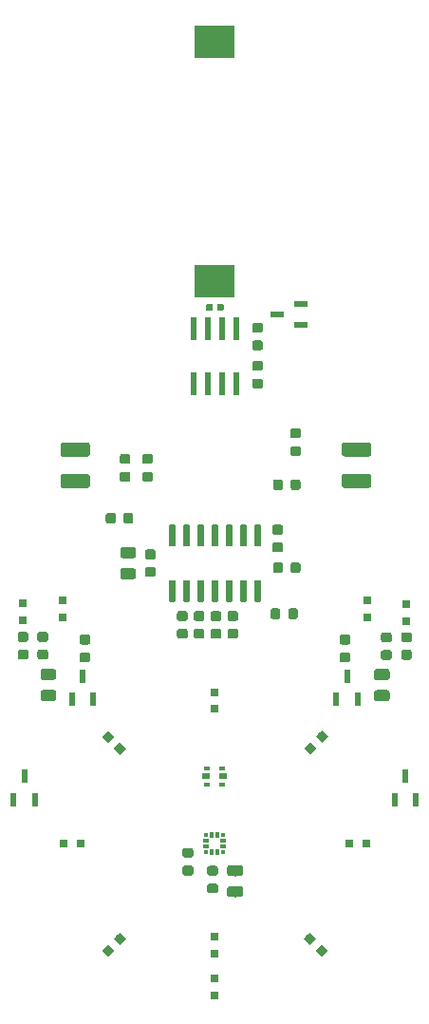
<source format=gtp>
G04 #@! TF.GenerationSoftware,KiCad,Pcbnew,(5.1.2)-2*
G04 #@! TF.CreationDate,2022-02-14T19:05:22-05:00*
G04 #@! TF.ProjectId,FWA_2022_Compass_Badge_LWL-003-E10,4657415f-3230-4323-925f-436f6d706173,B*
G04 #@! TF.SameCoordinates,Original*
G04 #@! TF.FileFunction,Paste,Top*
G04 #@! TF.FilePolarity,Positive*
%FSLAX46Y46*%
G04 Gerber Fmt 4.6, Leading zero omitted, Abs format (unit mm)*
G04 Created by KiCad (PCBNEW (5.1.2)-2) date 2022-02-14 19:05:22*
%MOMM*%
%LPD*%
G04 APERTURE LIST*
%ADD10R,3.600000X3.000000*%
%ADD11R,1.300000X0.600000*%
%ADD12R,0.300000X0.490000*%
%ADD13R,0.375000X0.375000*%
%ADD14R,0.490000X0.300000*%
%ADD15C,0.100000*%
%ADD16C,0.875000*%
%ADD17R,0.800000X0.800000*%
%ADD18C,1.250000*%
%ADD19C,0.590000*%
%ADD20C,0.600000*%
%ADD21R,0.600000X2.000000*%
%ADD22R,0.600000X1.300000*%
%ADD23R,0.550000X0.400000*%
%ADD24R,0.700000X0.500000*%
%ADD25C,0.800000*%
%ADD26C,0.975000*%
G04 APERTURE END LIST*
D10*
X90000000Y-53500000D03*
X90000000Y-74900000D03*
D11*
X95550000Y-77850000D03*
X97650000Y-76900000D03*
X97650000Y-78800000D03*
D12*
X90250000Y-125770000D03*
X89750000Y-125770000D03*
D13*
X90762500Y-125750000D03*
D14*
X90770000Y-125250000D03*
X90770000Y-124750000D03*
D13*
X90762500Y-124250000D03*
D12*
X90250000Y-124230000D03*
X89750000Y-124230000D03*
D13*
X89237500Y-125750000D03*
X89237500Y-124250000D03*
D14*
X89230000Y-124750000D03*
X89230000Y-125250000D03*
D15*
G36*
X107377691Y-107731053D02*
G01*
X107398926Y-107734203D01*
X107419750Y-107739419D01*
X107439962Y-107746651D01*
X107459368Y-107755830D01*
X107477781Y-107766866D01*
X107495024Y-107779654D01*
X107510930Y-107794070D01*
X107525346Y-107809976D01*
X107538134Y-107827219D01*
X107549170Y-107845632D01*
X107558349Y-107865038D01*
X107565581Y-107885250D01*
X107570797Y-107906074D01*
X107573947Y-107927309D01*
X107575000Y-107948750D01*
X107575000Y-108386250D01*
X107573947Y-108407691D01*
X107570797Y-108428926D01*
X107565581Y-108449750D01*
X107558349Y-108469962D01*
X107549170Y-108489368D01*
X107538134Y-108507781D01*
X107525346Y-108525024D01*
X107510930Y-108540930D01*
X107495024Y-108555346D01*
X107477781Y-108568134D01*
X107459368Y-108579170D01*
X107439962Y-108588349D01*
X107419750Y-108595581D01*
X107398926Y-108600797D01*
X107377691Y-108603947D01*
X107356250Y-108605000D01*
X106843750Y-108605000D01*
X106822309Y-108603947D01*
X106801074Y-108600797D01*
X106780250Y-108595581D01*
X106760038Y-108588349D01*
X106740632Y-108579170D01*
X106722219Y-108568134D01*
X106704976Y-108555346D01*
X106689070Y-108540930D01*
X106674654Y-108525024D01*
X106661866Y-108507781D01*
X106650830Y-108489368D01*
X106641651Y-108469962D01*
X106634419Y-108449750D01*
X106629203Y-108428926D01*
X106626053Y-108407691D01*
X106625000Y-108386250D01*
X106625000Y-107948750D01*
X106626053Y-107927309D01*
X106629203Y-107906074D01*
X106634419Y-107885250D01*
X106641651Y-107865038D01*
X106650830Y-107845632D01*
X106661866Y-107827219D01*
X106674654Y-107809976D01*
X106689070Y-107794070D01*
X106704976Y-107779654D01*
X106722219Y-107766866D01*
X106740632Y-107755830D01*
X106760038Y-107746651D01*
X106780250Y-107739419D01*
X106801074Y-107734203D01*
X106822309Y-107731053D01*
X106843750Y-107730000D01*
X107356250Y-107730000D01*
X107377691Y-107731053D01*
X107377691Y-107731053D01*
G37*
D16*
X107100000Y-108167500D03*
D15*
G36*
X107377691Y-106156053D02*
G01*
X107398926Y-106159203D01*
X107419750Y-106164419D01*
X107439962Y-106171651D01*
X107459368Y-106180830D01*
X107477781Y-106191866D01*
X107495024Y-106204654D01*
X107510930Y-106219070D01*
X107525346Y-106234976D01*
X107538134Y-106252219D01*
X107549170Y-106270632D01*
X107558349Y-106290038D01*
X107565581Y-106310250D01*
X107570797Y-106331074D01*
X107573947Y-106352309D01*
X107575000Y-106373750D01*
X107575000Y-106811250D01*
X107573947Y-106832691D01*
X107570797Y-106853926D01*
X107565581Y-106874750D01*
X107558349Y-106894962D01*
X107549170Y-106914368D01*
X107538134Y-106932781D01*
X107525346Y-106950024D01*
X107510930Y-106965930D01*
X107495024Y-106980346D01*
X107477781Y-106993134D01*
X107459368Y-107004170D01*
X107439962Y-107013349D01*
X107419750Y-107020581D01*
X107398926Y-107025797D01*
X107377691Y-107028947D01*
X107356250Y-107030000D01*
X106843750Y-107030000D01*
X106822309Y-107028947D01*
X106801074Y-107025797D01*
X106780250Y-107020581D01*
X106760038Y-107013349D01*
X106740632Y-107004170D01*
X106722219Y-106993134D01*
X106704976Y-106980346D01*
X106689070Y-106965930D01*
X106674654Y-106950024D01*
X106661866Y-106932781D01*
X106650830Y-106914368D01*
X106641651Y-106894962D01*
X106634419Y-106874750D01*
X106629203Y-106853926D01*
X106626053Y-106832691D01*
X106625000Y-106811250D01*
X106625000Y-106373750D01*
X106626053Y-106352309D01*
X106629203Y-106331074D01*
X106634419Y-106310250D01*
X106641651Y-106290038D01*
X106650830Y-106270632D01*
X106661866Y-106252219D01*
X106674654Y-106234976D01*
X106689070Y-106219070D01*
X106704976Y-106204654D01*
X106722219Y-106191866D01*
X106740632Y-106180830D01*
X106760038Y-106171651D01*
X106780250Y-106164419D01*
X106801074Y-106159203D01*
X106822309Y-106156053D01*
X106843750Y-106155000D01*
X107356250Y-106155000D01*
X107377691Y-106156053D01*
X107377691Y-106156053D01*
G37*
D16*
X107100000Y-106592500D03*
D15*
G36*
X73167691Y-107703553D02*
G01*
X73188926Y-107706703D01*
X73209750Y-107711919D01*
X73229962Y-107719151D01*
X73249368Y-107728330D01*
X73267781Y-107739366D01*
X73285024Y-107752154D01*
X73300930Y-107766570D01*
X73315346Y-107782476D01*
X73328134Y-107799719D01*
X73339170Y-107818132D01*
X73348349Y-107837538D01*
X73355581Y-107857750D01*
X73360797Y-107878574D01*
X73363947Y-107899809D01*
X73365000Y-107921250D01*
X73365000Y-108358750D01*
X73363947Y-108380191D01*
X73360797Y-108401426D01*
X73355581Y-108422250D01*
X73348349Y-108442462D01*
X73339170Y-108461868D01*
X73328134Y-108480281D01*
X73315346Y-108497524D01*
X73300930Y-108513430D01*
X73285024Y-108527846D01*
X73267781Y-108540634D01*
X73249368Y-108551670D01*
X73229962Y-108560849D01*
X73209750Y-108568081D01*
X73188926Y-108573297D01*
X73167691Y-108576447D01*
X73146250Y-108577500D01*
X72633750Y-108577500D01*
X72612309Y-108576447D01*
X72591074Y-108573297D01*
X72570250Y-108568081D01*
X72550038Y-108560849D01*
X72530632Y-108551670D01*
X72512219Y-108540634D01*
X72494976Y-108527846D01*
X72479070Y-108513430D01*
X72464654Y-108497524D01*
X72451866Y-108480281D01*
X72440830Y-108461868D01*
X72431651Y-108442462D01*
X72424419Y-108422250D01*
X72419203Y-108401426D01*
X72416053Y-108380191D01*
X72415000Y-108358750D01*
X72415000Y-107921250D01*
X72416053Y-107899809D01*
X72419203Y-107878574D01*
X72424419Y-107857750D01*
X72431651Y-107837538D01*
X72440830Y-107818132D01*
X72451866Y-107799719D01*
X72464654Y-107782476D01*
X72479070Y-107766570D01*
X72494976Y-107752154D01*
X72512219Y-107739366D01*
X72530632Y-107728330D01*
X72550038Y-107719151D01*
X72570250Y-107711919D01*
X72591074Y-107706703D01*
X72612309Y-107703553D01*
X72633750Y-107702500D01*
X73146250Y-107702500D01*
X73167691Y-107703553D01*
X73167691Y-107703553D01*
G37*
D16*
X72890000Y-108140000D03*
D15*
G36*
X73167691Y-106128553D02*
G01*
X73188926Y-106131703D01*
X73209750Y-106136919D01*
X73229962Y-106144151D01*
X73249368Y-106153330D01*
X73267781Y-106164366D01*
X73285024Y-106177154D01*
X73300930Y-106191570D01*
X73315346Y-106207476D01*
X73328134Y-106224719D01*
X73339170Y-106243132D01*
X73348349Y-106262538D01*
X73355581Y-106282750D01*
X73360797Y-106303574D01*
X73363947Y-106324809D01*
X73365000Y-106346250D01*
X73365000Y-106783750D01*
X73363947Y-106805191D01*
X73360797Y-106826426D01*
X73355581Y-106847250D01*
X73348349Y-106867462D01*
X73339170Y-106886868D01*
X73328134Y-106905281D01*
X73315346Y-106922524D01*
X73300930Y-106938430D01*
X73285024Y-106952846D01*
X73267781Y-106965634D01*
X73249368Y-106976670D01*
X73229962Y-106985849D01*
X73209750Y-106993081D01*
X73188926Y-106998297D01*
X73167691Y-107001447D01*
X73146250Y-107002500D01*
X72633750Y-107002500D01*
X72612309Y-107001447D01*
X72591074Y-106998297D01*
X72570250Y-106993081D01*
X72550038Y-106985849D01*
X72530632Y-106976670D01*
X72512219Y-106965634D01*
X72494976Y-106952846D01*
X72479070Y-106938430D01*
X72464654Y-106922524D01*
X72451866Y-106905281D01*
X72440830Y-106886868D01*
X72431651Y-106867462D01*
X72424419Y-106847250D01*
X72419203Y-106826426D01*
X72416053Y-106805191D01*
X72415000Y-106783750D01*
X72415000Y-106346250D01*
X72416053Y-106324809D01*
X72419203Y-106303574D01*
X72424419Y-106282750D01*
X72431651Y-106262538D01*
X72440830Y-106243132D01*
X72451866Y-106224719D01*
X72464654Y-106207476D01*
X72479070Y-106191570D01*
X72494976Y-106177154D01*
X72512219Y-106164366D01*
X72530632Y-106153330D01*
X72550038Y-106144151D01*
X72570250Y-106136919D01*
X72591074Y-106131703D01*
X72612309Y-106128553D01*
X72633750Y-106127500D01*
X73146250Y-106127500D01*
X73167691Y-106128553D01*
X73167691Y-106128553D01*
G37*
D16*
X72890000Y-106565000D03*
D15*
G36*
X91877691Y-105851053D02*
G01*
X91898926Y-105854203D01*
X91919750Y-105859419D01*
X91939962Y-105866651D01*
X91959368Y-105875830D01*
X91977781Y-105886866D01*
X91995024Y-105899654D01*
X92010930Y-105914070D01*
X92025346Y-105929976D01*
X92038134Y-105947219D01*
X92049170Y-105965632D01*
X92058349Y-105985038D01*
X92065581Y-106005250D01*
X92070797Y-106026074D01*
X92073947Y-106047309D01*
X92075000Y-106068750D01*
X92075000Y-106506250D01*
X92073947Y-106527691D01*
X92070797Y-106548926D01*
X92065581Y-106569750D01*
X92058349Y-106589962D01*
X92049170Y-106609368D01*
X92038134Y-106627781D01*
X92025346Y-106645024D01*
X92010930Y-106660930D01*
X91995024Y-106675346D01*
X91977781Y-106688134D01*
X91959368Y-106699170D01*
X91939962Y-106708349D01*
X91919750Y-106715581D01*
X91898926Y-106720797D01*
X91877691Y-106723947D01*
X91856250Y-106725000D01*
X91343750Y-106725000D01*
X91322309Y-106723947D01*
X91301074Y-106720797D01*
X91280250Y-106715581D01*
X91260038Y-106708349D01*
X91240632Y-106699170D01*
X91222219Y-106688134D01*
X91204976Y-106675346D01*
X91189070Y-106660930D01*
X91174654Y-106645024D01*
X91161866Y-106627781D01*
X91150830Y-106609368D01*
X91141651Y-106589962D01*
X91134419Y-106569750D01*
X91129203Y-106548926D01*
X91126053Y-106527691D01*
X91125000Y-106506250D01*
X91125000Y-106068750D01*
X91126053Y-106047309D01*
X91129203Y-106026074D01*
X91134419Y-106005250D01*
X91141651Y-105985038D01*
X91150830Y-105965632D01*
X91161866Y-105947219D01*
X91174654Y-105929976D01*
X91189070Y-105914070D01*
X91204976Y-105899654D01*
X91222219Y-105886866D01*
X91240632Y-105875830D01*
X91260038Y-105866651D01*
X91280250Y-105859419D01*
X91301074Y-105854203D01*
X91322309Y-105851053D01*
X91343750Y-105850000D01*
X91856250Y-105850000D01*
X91877691Y-105851053D01*
X91877691Y-105851053D01*
G37*
D16*
X91600000Y-106287500D03*
D15*
G36*
X91877691Y-104276053D02*
G01*
X91898926Y-104279203D01*
X91919750Y-104284419D01*
X91939962Y-104291651D01*
X91959368Y-104300830D01*
X91977781Y-104311866D01*
X91995024Y-104324654D01*
X92010930Y-104339070D01*
X92025346Y-104354976D01*
X92038134Y-104372219D01*
X92049170Y-104390632D01*
X92058349Y-104410038D01*
X92065581Y-104430250D01*
X92070797Y-104451074D01*
X92073947Y-104472309D01*
X92075000Y-104493750D01*
X92075000Y-104931250D01*
X92073947Y-104952691D01*
X92070797Y-104973926D01*
X92065581Y-104994750D01*
X92058349Y-105014962D01*
X92049170Y-105034368D01*
X92038134Y-105052781D01*
X92025346Y-105070024D01*
X92010930Y-105085930D01*
X91995024Y-105100346D01*
X91977781Y-105113134D01*
X91959368Y-105124170D01*
X91939962Y-105133349D01*
X91919750Y-105140581D01*
X91898926Y-105145797D01*
X91877691Y-105148947D01*
X91856250Y-105150000D01*
X91343750Y-105150000D01*
X91322309Y-105148947D01*
X91301074Y-105145797D01*
X91280250Y-105140581D01*
X91260038Y-105133349D01*
X91240632Y-105124170D01*
X91222219Y-105113134D01*
X91204976Y-105100346D01*
X91189070Y-105085930D01*
X91174654Y-105070024D01*
X91161866Y-105052781D01*
X91150830Y-105034368D01*
X91141651Y-105014962D01*
X91134419Y-104994750D01*
X91129203Y-104973926D01*
X91126053Y-104952691D01*
X91125000Y-104931250D01*
X91125000Y-104493750D01*
X91126053Y-104472309D01*
X91129203Y-104451074D01*
X91134419Y-104430250D01*
X91141651Y-104410038D01*
X91150830Y-104390632D01*
X91161866Y-104372219D01*
X91174654Y-104354976D01*
X91189070Y-104339070D01*
X91204976Y-104324654D01*
X91222219Y-104311866D01*
X91240632Y-104300830D01*
X91260038Y-104291651D01*
X91280250Y-104284419D01*
X91301074Y-104279203D01*
X91322309Y-104276053D01*
X91343750Y-104275000D01*
X91856250Y-104275000D01*
X91877691Y-104276053D01*
X91877691Y-104276053D01*
G37*
D16*
X91600000Y-104712500D03*
D15*
G36*
X90377691Y-105851053D02*
G01*
X90398926Y-105854203D01*
X90419750Y-105859419D01*
X90439962Y-105866651D01*
X90459368Y-105875830D01*
X90477781Y-105886866D01*
X90495024Y-105899654D01*
X90510930Y-105914070D01*
X90525346Y-105929976D01*
X90538134Y-105947219D01*
X90549170Y-105965632D01*
X90558349Y-105985038D01*
X90565581Y-106005250D01*
X90570797Y-106026074D01*
X90573947Y-106047309D01*
X90575000Y-106068750D01*
X90575000Y-106506250D01*
X90573947Y-106527691D01*
X90570797Y-106548926D01*
X90565581Y-106569750D01*
X90558349Y-106589962D01*
X90549170Y-106609368D01*
X90538134Y-106627781D01*
X90525346Y-106645024D01*
X90510930Y-106660930D01*
X90495024Y-106675346D01*
X90477781Y-106688134D01*
X90459368Y-106699170D01*
X90439962Y-106708349D01*
X90419750Y-106715581D01*
X90398926Y-106720797D01*
X90377691Y-106723947D01*
X90356250Y-106725000D01*
X89843750Y-106725000D01*
X89822309Y-106723947D01*
X89801074Y-106720797D01*
X89780250Y-106715581D01*
X89760038Y-106708349D01*
X89740632Y-106699170D01*
X89722219Y-106688134D01*
X89704976Y-106675346D01*
X89689070Y-106660930D01*
X89674654Y-106645024D01*
X89661866Y-106627781D01*
X89650830Y-106609368D01*
X89641651Y-106589962D01*
X89634419Y-106569750D01*
X89629203Y-106548926D01*
X89626053Y-106527691D01*
X89625000Y-106506250D01*
X89625000Y-106068750D01*
X89626053Y-106047309D01*
X89629203Y-106026074D01*
X89634419Y-106005250D01*
X89641651Y-105985038D01*
X89650830Y-105965632D01*
X89661866Y-105947219D01*
X89674654Y-105929976D01*
X89689070Y-105914070D01*
X89704976Y-105899654D01*
X89722219Y-105886866D01*
X89740632Y-105875830D01*
X89760038Y-105866651D01*
X89780250Y-105859419D01*
X89801074Y-105854203D01*
X89822309Y-105851053D01*
X89843750Y-105850000D01*
X90356250Y-105850000D01*
X90377691Y-105851053D01*
X90377691Y-105851053D01*
G37*
D16*
X90100000Y-106287500D03*
D15*
G36*
X90377691Y-104276053D02*
G01*
X90398926Y-104279203D01*
X90419750Y-104284419D01*
X90439962Y-104291651D01*
X90459368Y-104300830D01*
X90477781Y-104311866D01*
X90495024Y-104324654D01*
X90510930Y-104339070D01*
X90525346Y-104354976D01*
X90538134Y-104372219D01*
X90549170Y-104390632D01*
X90558349Y-104410038D01*
X90565581Y-104430250D01*
X90570797Y-104451074D01*
X90573947Y-104472309D01*
X90575000Y-104493750D01*
X90575000Y-104931250D01*
X90573947Y-104952691D01*
X90570797Y-104973926D01*
X90565581Y-104994750D01*
X90558349Y-105014962D01*
X90549170Y-105034368D01*
X90538134Y-105052781D01*
X90525346Y-105070024D01*
X90510930Y-105085930D01*
X90495024Y-105100346D01*
X90477781Y-105113134D01*
X90459368Y-105124170D01*
X90439962Y-105133349D01*
X90419750Y-105140581D01*
X90398926Y-105145797D01*
X90377691Y-105148947D01*
X90356250Y-105150000D01*
X89843750Y-105150000D01*
X89822309Y-105148947D01*
X89801074Y-105145797D01*
X89780250Y-105140581D01*
X89760038Y-105133349D01*
X89740632Y-105124170D01*
X89722219Y-105113134D01*
X89704976Y-105100346D01*
X89689070Y-105085930D01*
X89674654Y-105070024D01*
X89661866Y-105052781D01*
X89650830Y-105034368D01*
X89641651Y-105014962D01*
X89634419Y-104994750D01*
X89629203Y-104973926D01*
X89626053Y-104952691D01*
X89625000Y-104931250D01*
X89625000Y-104493750D01*
X89626053Y-104472309D01*
X89629203Y-104451074D01*
X89634419Y-104430250D01*
X89641651Y-104410038D01*
X89650830Y-104390632D01*
X89661866Y-104372219D01*
X89674654Y-104354976D01*
X89689070Y-104339070D01*
X89704976Y-104324654D01*
X89722219Y-104311866D01*
X89740632Y-104300830D01*
X89760038Y-104291651D01*
X89780250Y-104284419D01*
X89801074Y-104279203D01*
X89822309Y-104276053D01*
X89843750Y-104275000D01*
X90356250Y-104275000D01*
X90377691Y-104276053D01*
X90377691Y-104276053D01*
G37*
D16*
X90100000Y-104712500D03*
D15*
G36*
X88877691Y-105851053D02*
G01*
X88898926Y-105854203D01*
X88919750Y-105859419D01*
X88939962Y-105866651D01*
X88959368Y-105875830D01*
X88977781Y-105886866D01*
X88995024Y-105899654D01*
X89010930Y-105914070D01*
X89025346Y-105929976D01*
X89038134Y-105947219D01*
X89049170Y-105965632D01*
X89058349Y-105985038D01*
X89065581Y-106005250D01*
X89070797Y-106026074D01*
X89073947Y-106047309D01*
X89075000Y-106068750D01*
X89075000Y-106506250D01*
X89073947Y-106527691D01*
X89070797Y-106548926D01*
X89065581Y-106569750D01*
X89058349Y-106589962D01*
X89049170Y-106609368D01*
X89038134Y-106627781D01*
X89025346Y-106645024D01*
X89010930Y-106660930D01*
X88995024Y-106675346D01*
X88977781Y-106688134D01*
X88959368Y-106699170D01*
X88939962Y-106708349D01*
X88919750Y-106715581D01*
X88898926Y-106720797D01*
X88877691Y-106723947D01*
X88856250Y-106725000D01*
X88343750Y-106725000D01*
X88322309Y-106723947D01*
X88301074Y-106720797D01*
X88280250Y-106715581D01*
X88260038Y-106708349D01*
X88240632Y-106699170D01*
X88222219Y-106688134D01*
X88204976Y-106675346D01*
X88189070Y-106660930D01*
X88174654Y-106645024D01*
X88161866Y-106627781D01*
X88150830Y-106609368D01*
X88141651Y-106589962D01*
X88134419Y-106569750D01*
X88129203Y-106548926D01*
X88126053Y-106527691D01*
X88125000Y-106506250D01*
X88125000Y-106068750D01*
X88126053Y-106047309D01*
X88129203Y-106026074D01*
X88134419Y-106005250D01*
X88141651Y-105985038D01*
X88150830Y-105965632D01*
X88161866Y-105947219D01*
X88174654Y-105929976D01*
X88189070Y-105914070D01*
X88204976Y-105899654D01*
X88222219Y-105886866D01*
X88240632Y-105875830D01*
X88260038Y-105866651D01*
X88280250Y-105859419D01*
X88301074Y-105854203D01*
X88322309Y-105851053D01*
X88343750Y-105850000D01*
X88856250Y-105850000D01*
X88877691Y-105851053D01*
X88877691Y-105851053D01*
G37*
D16*
X88600000Y-106287500D03*
D15*
G36*
X88877691Y-104276053D02*
G01*
X88898926Y-104279203D01*
X88919750Y-104284419D01*
X88939962Y-104291651D01*
X88959368Y-104300830D01*
X88977781Y-104311866D01*
X88995024Y-104324654D01*
X89010930Y-104339070D01*
X89025346Y-104354976D01*
X89038134Y-104372219D01*
X89049170Y-104390632D01*
X89058349Y-104410038D01*
X89065581Y-104430250D01*
X89070797Y-104451074D01*
X89073947Y-104472309D01*
X89075000Y-104493750D01*
X89075000Y-104931250D01*
X89073947Y-104952691D01*
X89070797Y-104973926D01*
X89065581Y-104994750D01*
X89058349Y-105014962D01*
X89049170Y-105034368D01*
X89038134Y-105052781D01*
X89025346Y-105070024D01*
X89010930Y-105085930D01*
X88995024Y-105100346D01*
X88977781Y-105113134D01*
X88959368Y-105124170D01*
X88939962Y-105133349D01*
X88919750Y-105140581D01*
X88898926Y-105145797D01*
X88877691Y-105148947D01*
X88856250Y-105150000D01*
X88343750Y-105150000D01*
X88322309Y-105148947D01*
X88301074Y-105145797D01*
X88280250Y-105140581D01*
X88260038Y-105133349D01*
X88240632Y-105124170D01*
X88222219Y-105113134D01*
X88204976Y-105100346D01*
X88189070Y-105085930D01*
X88174654Y-105070024D01*
X88161866Y-105052781D01*
X88150830Y-105034368D01*
X88141651Y-105014962D01*
X88134419Y-104994750D01*
X88129203Y-104973926D01*
X88126053Y-104952691D01*
X88125000Y-104931250D01*
X88125000Y-104493750D01*
X88126053Y-104472309D01*
X88129203Y-104451074D01*
X88134419Y-104430250D01*
X88141651Y-104410038D01*
X88150830Y-104390632D01*
X88161866Y-104372219D01*
X88174654Y-104354976D01*
X88189070Y-104339070D01*
X88204976Y-104324654D01*
X88222219Y-104311866D01*
X88240632Y-104300830D01*
X88260038Y-104291651D01*
X88280250Y-104284419D01*
X88301074Y-104279203D01*
X88322309Y-104276053D01*
X88343750Y-104275000D01*
X88856250Y-104275000D01*
X88877691Y-104276053D01*
X88877691Y-104276053D01*
G37*
D16*
X88600000Y-104712500D03*
D15*
G36*
X87377691Y-105851053D02*
G01*
X87398926Y-105854203D01*
X87419750Y-105859419D01*
X87439962Y-105866651D01*
X87459368Y-105875830D01*
X87477781Y-105886866D01*
X87495024Y-105899654D01*
X87510930Y-105914070D01*
X87525346Y-105929976D01*
X87538134Y-105947219D01*
X87549170Y-105965632D01*
X87558349Y-105985038D01*
X87565581Y-106005250D01*
X87570797Y-106026074D01*
X87573947Y-106047309D01*
X87575000Y-106068750D01*
X87575000Y-106506250D01*
X87573947Y-106527691D01*
X87570797Y-106548926D01*
X87565581Y-106569750D01*
X87558349Y-106589962D01*
X87549170Y-106609368D01*
X87538134Y-106627781D01*
X87525346Y-106645024D01*
X87510930Y-106660930D01*
X87495024Y-106675346D01*
X87477781Y-106688134D01*
X87459368Y-106699170D01*
X87439962Y-106708349D01*
X87419750Y-106715581D01*
X87398926Y-106720797D01*
X87377691Y-106723947D01*
X87356250Y-106725000D01*
X86843750Y-106725000D01*
X86822309Y-106723947D01*
X86801074Y-106720797D01*
X86780250Y-106715581D01*
X86760038Y-106708349D01*
X86740632Y-106699170D01*
X86722219Y-106688134D01*
X86704976Y-106675346D01*
X86689070Y-106660930D01*
X86674654Y-106645024D01*
X86661866Y-106627781D01*
X86650830Y-106609368D01*
X86641651Y-106589962D01*
X86634419Y-106569750D01*
X86629203Y-106548926D01*
X86626053Y-106527691D01*
X86625000Y-106506250D01*
X86625000Y-106068750D01*
X86626053Y-106047309D01*
X86629203Y-106026074D01*
X86634419Y-106005250D01*
X86641651Y-105985038D01*
X86650830Y-105965632D01*
X86661866Y-105947219D01*
X86674654Y-105929976D01*
X86689070Y-105914070D01*
X86704976Y-105899654D01*
X86722219Y-105886866D01*
X86740632Y-105875830D01*
X86760038Y-105866651D01*
X86780250Y-105859419D01*
X86801074Y-105854203D01*
X86822309Y-105851053D01*
X86843750Y-105850000D01*
X87356250Y-105850000D01*
X87377691Y-105851053D01*
X87377691Y-105851053D01*
G37*
D16*
X87100000Y-106287500D03*
D15*
G36*
X87377691Y-104276053D02*
G01*
X87398926Y-104279203D01*
X87419750Y-104284419D01*
X87439962Y-104291651D01*
X87459368Y-104300830D01*
X87477781Y-104311866D01*
X87495024Y-104324654D01*
X87510930Y-104339070D01*
X87525346Y-104354976D01*
X87538134Y-104372219D01*
X87549170Y-104390632D01*
X87558349Y-104410038D01*
X87565581Y-104430250D01*
X87570797Y-104451074D01*
X87573947Y-104472309D01*
X87575000Y-104493750D01*
X87575000Y-104931250D01*
X87573947Y-104952691D01*
X87570797Y-104973926D01*
X87565581Y-104994750D01*
X87558349Y-105014962D01*
X87549170Y-105034368D01*
X87538134Y-105052781D01*
X87525346Y-105070024D01*
X87510930Y-105085930D01*
X87495024Y-105100346D01*
X87477781Y-105113134D01*
X87459368Y-105124170D01*
X87439962Y-105133349D01*
X87419750Y-105140581D01*
X87398926Y-105145797D01*
X87377691Y-105148947D01*
X87356250Y-105150000D01*
X86843750Y-105150000D01*
X86822309Y-105148947D01*
X86801074Y-105145797D01*
X86780250Y-105140581D01*
X86760038Y-105133349D01*
X86740632Y-105124170D01*
X86722219Y-105113134D01*
X86704976Y-105100346D01*
X86689070Y-105085930D01*
X86674654Y-105070024D01*
X86661866Y-105052781D01*
X86650830Y-105034368D01*
X86641651Y-105014962D01*
X86634419Y-104994750D01*
X86629203Y-104973926D01*
X86626053Y-104952691D01*
X86625000Y-104931250D01*
X86625000Y-104493750D01*
X86626053Y-104472309D01*
X86629203Y-104451074D01*
X86634419Y-104430250D01*
X86641651Y-104410038D01*
X86650830Y-104390632D01*
X86661866Y-104372219D01*
X86674654Y-104354976D01*
X86689070Y-104339070D01*
X86704976Y-104324654D01*
X86722219Y-104311866D01*
X86740632Y-104300830D01*
X86760038Y-104291651D01*
X86780250Y-104284419D01*
X86801074Y-104279203D01*
X86822309Y-104276053D01*
X86843750Y-104275000D01*
X87356250Y-104275000D01*
X87377691Y-104276053D01*
X87377691Y-104276053D01*
G37*
D16*
X87100000Y-104712500D03*
D17*
X90010000Y-134790000D03*
X90010000Y-133290000D03*
D15*
G36*
X103739504Y-92036204D02*
G01*
X103763773Y-92039804D01*
X103787571Y-92045765D01*
X103810671Y-92054030D01*
X103832849Y-92064520D01*
X103853893Y-92077133D01*
X103873598Y-92091747D01*
X103891777Y-92108223D01*
X103908253Y-92126402D01*
X103922867Y-92146107D01*
X103935480Y-92167151D01*
X103945970Y-92189329D01*
X103954235Y-92212429D01*
X103960196Y-92236227D01*
X103963796Y-92260496D01*
X103965000Y-92285000D01*
X103965000Y-93035000D01*
X103963796Y-93059504D01*
X103960196Y-93083773D01*
X103954235Y-93107571D01*
X103945970Y-93130671D01*
X103935480Y-93152849D01*
X103922867Y-93173893D01*
X103908253Y-93193598D01*
X103891777Y-93211777D01*
X103873598Y-93228253D01*
X103853893Y-93242867D01*
X103832849Y-93255480D01*
X103810671Y-93265970D01*
X103787571Y-93274235D01*
X103763773Y-93280196D01*
X103739504Y-93283796D01*
X103715000Y-93285000D01*
X101565000Y-93285000D01*
X101540496Y-93283796D01*
X101516227Y-93280196D01*
X101492429Y-93274235D01*
X101469329Y-93265970D01*
X101447151Y-93255480D01*
X101426107Y-93242867D01*
X101406402Y-93228253D01*
X101388223Y-93211777D01*
X101371747Y-93193598D01*
X101357133Y-93173893D01*
X101344520Y-93152849D01*
X101334030Y-93130671D01*
X101325765Y-93107571D01*
X101319804Y-93083773D01*
X101316204Y-93059504D01*
X101315000Y-93035000D01*
X101315000Y-92285000D01*
X101316204Y-92260496D01*
X101319804Y-92236227D01*
X101325765Y-92212429D01*
X101334030Y-92189329D01*
X101344520Y-92167151D01*
X101357133Y-92146107D01*
X101371747Y-92126402D01*
X101388223Y-92108223D01*
X101406402Y-92091747D01*
X101426107Y-92077133D01*
X101447151Y-92064520D01*
X101469329Y-92054030D01*
X101492429Y-92045765D01*
X101516227Y-92039804D01*
X101540496Y-92036204D01*
X101565000Y-92035000D01*
X103715000Y-92035000D01*
X103739504Y-92036204D01*
X103739504Y-92036204D01*
G37*
D18*
X102640000Y-92660000D03*
D15*
G36*
X103739504Y-89236204D02*
G01*
X103763773Y-89239804D01*
X103787571Y-89245765D01*
X103810671Y-89254030D01*
X103832849Y-89264520D01*
X103853893Y-89277133D01*
X103873598Y-89291747D01*
X103891777Y-89308223D01*
X103908253Y-89326402D01*
X103922867Y-89346107D01*
X103935480Y-89367151D01*
X103945970Y-89389329D01*
X103954235Y-89412429D01*
X103960196Y-89436227D01*
X103963796Y-89460496D01*
X103965000Y-89485000D01*
X103965000Y-90235000D01*
X103963796Y-90259504D01*
X103960196Y-90283773D01*
X103954235Y-90307571D01*
X103945970Y-90330671D01*
X103935480Y-90352849D01*
X103922867Y-90373893D01*
X103908253Y-90393598D01*
X103891777Y-90411777D01*
X103873598Y-90428253D01*
X103853893Y-90442867D01*
X103832849Y-90455480D01*
X103810671Y-90465970D01*
X103787571Y-90474235D01*
X103763773Y-90480196D01*
X103739504Y-90483796D01*
X103715000Y-90485000D01*
X101565000Y-90485000D01*
X101540496Y-90483796D01*
X101516227Y-90480196D01*
X101492429Y-90474235D01*
X101469329Y-90465970D01*
X101447151Y-90455480D01*
X101426107Y-90442867D01*
X101406402Y-90428253D01*
X101388223Y-90411777D01*
X101371747Y-90393598D01*
X101357133Y-90373893D01*
X101344520Y-90352849D01*
X101334030Y-90330671D01*
X101325765Y-90307571D01*
X101319804Y-90283773D01*
X101316204Y-90259504D01*
X101315000Y-90235000D01*
X101315000Y-89485000D01*
X101316204Y-89460496D01*
X101319804Y-89436227D01*
X101325765Y-89412429D01*
X101334030Y-89389329D01*
X101344520Y-89367151D01*
X101357133Y-89346107D01*
X101371747Y-89326402D01*
X101388223Y-89308223D01*
X101406402Y-89291747D01*
X101426107Y-89277133D01*
X101447151Y-89264520D01*
X101469329Y-89254030D01*
X101492429Y-89245765D01*
X101516227Y-89239804D01*
X101540496Y-89236204D01*
X101565000Y-89235000D01*
X103715000Y-89235000D01*
X103739504Y-89236204D01*
X103739504Y-89236204D01*
G37*
D18*
X102640000Y-89860000D03*
D15*
G36*
X78639504Y-92056204D02*
G01*
X78663773Y-92059804D01*
X78687571Y-92065765D01*
X78710671Y-92074030D01*
X78732849Y-92084520D01*
X78753893Y-92097133D01*
X78773598Y-92111747D01*
X78791777Y-92128223D01*
X78808253Y-92146402D01*
X78822867Y-92166107D01*
X78835480Y-92187151D01*
X78845970Y-92209329D01*
X78854235Y-92232429D01*
X78860196Y-92256227D01*
X78863796Y-92280496D01*
X78865000Y-92305000D01*
X78865000Y-93055000D01*
X78863796Y-93079504D01*
X78860196Y-93103773D01*
X78854235Y-93127571D01*
X78845970Y-93150671D01*
X78835480Y-93172849D01*
X78822867Y-93193893D01*
X78808253Y-93213598D01*
X78791777Y-93231777D01*
X78773598Y-93248253D01*
X78753893Y-93262867D01*
X78732849Y-93275480D01*
X78710671Y-93285970D01*
X78687571Y-93294235D01*
X78663773Y-93300196D01*
X78639504Y-93303796D01*
X78615000Y-93305000D01*
X76465000Y-93305000D01*
X76440496Y-93303796D01*
X76416227Y-93300196D01*
X76392429Y-93294235D01*
X76369329Y-93285970D01*
X76347151Y-93275480D01*
X76326107Y-93262867D01*
X76306402Y-93248253D01*
X76288223Y-93231777D01*
X76271747Y-93213598D01*
X76257133Y-93193893D01*
X76244520Y-93172849D01*
X76234030Y-93150671D01*
X76225765Y-93127571D01*
X76219804Y-93103773D01*
X76216204Y-93079504D01*
X76215000Y-93055000D01*
X76215000Y-92305000D01*
X76216204Y-92280496D01*
X76219804Y-92256227D01*
X76225765Y-92232429D01*
X76234030Y-92209329D01*
X76244520Y-92187151D01*
X76257133Y-92166107D01*
X76271747Y-92146402D01*
X76288223Y-92128223D01*
X76306402Y-92111747D01*
X76326107Y-92097133D01*
X76347151Y-92084520D01*
X76369329Y-92074030D01*
X76392429Y-92065765D01*
X76416227Y-92059804D01*
X76440496Y-92056204D01*
X76465000Y-92055000D01*
X78615000Y-92055000D01*
X78639504Y-92056204D01*
X78639504Y-92056204D01*
G37*
D18*
X77540000Y-92680000D03*
D15*
G36*
X78639504Y-89256204D02*
G01*
X78663773Y-89259804D01*
X78687571Y-89265765D01*
X78710671Y-89274030D01*
X78732849Y-89284520D01*
X78753893Y-89297133D01*
X78773598Y-89311747D01*
X78791777Y-89328223D01*
X78808253Y-89346402D01*
X78822867Y-89366107D01*
X78835480Y-89387151D01*
X78845970Y-89409329D01*
X78854235Y-89432429D01*
X78860196Y-89456227D01*
X78863796Y-89480496D01*
X78865000Y-89505000D01*
X78865000Y-90255000D01*
X78863796Y-90279504D01*
X78860196Y-90303773D01*
X78854235Y-90327571D01*
X78845970Y-90350671D01*
X78835480Y-90372849D01*
X78822867Y-90393893D01*
X78808253Y-90413598D01*
X78791777Y-90431777D01*
X78773598Y-90448253D01*
X78753893Y-90462867D01*
X78732849Y-90475480D01*
X78710671Y-90485970D01*
X78687571Y-90494235D01*
X78663773Y-90500196D01*
X78639504Y-90503796D01*
X78615000Y-90505000D01*
X76465000Y-90505000D01*
X76440496Y-90503796D01*
X76416227Y-90500196D01*
X76392429Y-90494235D01*
X76369329Y-90485970D01*
X76347151Y-90475480D01*
X76326107Y-90462867D01*
X76306402Y-90448253D01*
X76288223Y-90431777D01*
X76271747Y-90413598D01*
X76257133Y-90393893D01*
X76244520Y-90372849D01*
X76234030Y-90350671D01*
X76225765Y-90327571D01*
X76219804Y-90303773D01*
X76216204Y-90279504D01*
X76215000Y-90255000D01*
X76215000Y-89505000D01*
X76216204Y-89480496D01*
X76219804Y-89456227D01*
X76225765Y-89432429D01*
X76234030Y-89409329D01*
X76244520Y-89387151D01*
X76257133Y-89366107D01*
X76271747Y-89346402D01*
X76288223Y-89328223D01*
X76306402Y-89311747D01*
X76326107Y-89297133D01*
X76347151Y-89284520D01*
X76369329Y-89274030D01*
X76392429Y-89265765D01*
X76416227Y-89259804D01*
X76440496Y-89256204D01*
X76465000Y-89255000D01*
X78615000Y-89255000D01*
X78639504Y-89256204D01*
X78639504Y-89256204D01*
G37*
D18*
X77540000Y-89880000D03*
D15*
G36*
X89676958Y-76880710D02*
G01*
X89691276Y-76882834D01*
X89705317Y-76886351D01*
X89718946Y-76891228D01*
X89732031Y-76897417D01*
X89744447Y-76904858D01*
X89756073Y-76913481D01*
X89766798Y-76923202D01*
X89776519Y-76933927D01*
X89785142Y-76945553D01*
X89792583Y-76957969D01*
X89798772Y-76971054D01*
X89803649Y-76984683D01*
X89807166Y-76998724D01*
X89809290Y-77013042D01*
X89810000Y-77027500D01*
X89810000Y-77372500D01*
X89809290Y-77386958D01*
X89807166Y-77401276D01*
X89803649Y-77415317D01*
X89798772Y-77428946D01*
X89792583Y-77442031D01*
X89785142Y-77454447D01*
X89776519Y-77466073D01*
X89766798Y-77476798D01*
X89756073Y-77486519D01*
X89744447Y-77495142D01*
X89732031Y-77502583D01*
X89718946Y-77508772D01*
X89705317Y-77513649D01*
X89691276Y-77517166D01*
X89676958Y-77519290D01*
X89662500Y-77520000D01*
X89367500Y-77520000D01*
X89353042Y-77519290D01*
X89338724Y-77517166D01*
X89324683Y-77513649D01*
X89311054Y-77508772D01*
X89297969Y-77502583D01*
X89285553Y-77495142D01*
X89273927Y-77486519D01*
X89263202Y-77476798D01*
X89253481Y-77466073D01*
X89244858Y-77454447D01*
X89237417Y-77442031D01*
X89231228Y-77428946D01*
X89226351Y-77415317D01*
X89222834Y-77401276D01*
X89220710Y-77386958D01*
X89220000Y-77372500D01*
X89220000Y-77027500D01*
X89220710Y-77013042D01*
X89222834Y-76998724D01*
X89226351Y-76984683D01*
X89231228Y-76971054D01*
X89237417Y-76957969D01*
X89244858Y-76945553D01*
X89253481Y-76933927D01*
X89263202Y-76923202D01*
X89273927Y-76913481D01*
X89285553Y-76904858D01*
X89297969Y-76897417D01*
X89311054Y-76891228D01*
X89324683Y-76886351D01*
X89338724Y-76882834D01*
X89353042Y-76880710D01*
X89367500Y-76880000D01*
X89662500Y-76880000D01*
X89676958Y-76880710D01*
X89676958Y-76880710D01*
G37*
D19*
X89515000Y-77200000D03*
D15*
G36*
X90646958Y-76880710D02*
G01*
X90661276Y-76882834D01*
X90675317Y-76886351D01*
X90688946Y-76891228D01*
X90702031Y-76897417D01*
X90714447Y-76904858D01*
X90726073Y-76913481D01*
X90736798Y-76923202D01*
X90746519Y-76933927D01*
X90755142Y-76945553D01*
X90762583Y-76957969D01*
X90768772Y-76971054D01*
X90773649Y-76984683D01*
X90777166Y-76998724D01*
X90779290Y-77013042D01*
X90780000Y-77027500D01*
X90780000Y-77372500D01*
X90779290Y-77386958D01*
X90777166Y-77401276D01*
X90773649Y-77415317D01*
X90768772Y-77428946D01*
X90762583Y-77442031D01*
X90755142Y-77454447D01*
X90746519Y-77466073D01*
X90736798Y-77476798D01*
X90726073Y-77486519D01*
X90714447Y-77495142D01*
X90702031Y-77502583D01*
X90688946Y-77508772D01*
X90675317Y-77513649D01*
X90661276Y-77517166D01*
X90646958Y-77519290D01*
X90632500Y-77520000D01*
X90337500Y-77520000D01*
X90323042Y-77519290D01*
X90308724Y-77517166D01*
X90294683Y-77513649D01*
X90281054Y-77508772D01*
X90267969Y-77502583D01*
X90255553Y-77495142D01*
X90243927Y-77486519D01*
X90233202Y-77476798D01*
X90223481Y-77466073D01*
X90214858Y-77454447D01*
X90207417Y-77442031D01*
X90201228Y-77428946D01*
X90196351Y-77415317D01*
X90192834Y-77401276D01*
X90190710Y-77386958D01*
X90190000Y-77372500D01*
X90190000Y-77027500D01*
X90190710Y-77013042D01*
X90192834Y-76998724D01*
X90196351Y-76984683D01*
X90201228Y-76971054D01*
X90207417Y-76957969D01*
X90214858Y-76945553D01*
X90223481Y-76933927D01*
X90233202Y-76923202D01*
X90243927Y-76913481D01*
X90255553Y-76904858D01*
X90267969Y-76897417D01*
X90281054Y-76891228D01*
X90294683Y-76886351D01*
X90308724Y-76882834D01*
X90323042Y-76880710D01*
X90337500Y-76880000D01*
X90632500Y-76880000D01*
X90646958Y-76880710D01*
X90646958Y-76880710D01*
G37*
D19*
X90485000Y-77200000D03*
D15*
G36*
X86354703Y-96550722D02*
G01*
X86369264Y-96552882D01*
X86383543Y-96556459D01*
X86397403Y-96561418D01*
X86410710Y-96567712D01*
X86423336Y-96575280D01*
X86435159Y-96584048D01*
X86446066Y-96593934D01*
X86455952Y-96604841D01*
X86464720Y-96616664D01*
X86472288Y-96629290D01*
X86478582Y-96642597D01*
X86483541Y-96656457D01*
X86487118Y-96670736D01*
X86489278Y-96685297D01*
X86490000Y-96700000D01*
X86490000Y-98350000D01*
X86489278Y-98364703D01*
X86487118Y-98379264D01*
X86483541Y-98393543D01*
X86478582Y-98407403D01*
X86472288Y-98420710D01*
X86464720Y-98433336D01*
X86455952Y-98445159D01*
X86446066Y-98456066D01*
X86435159Y-98465952D01*
X86423336Y-98474720D01*
X86410710Y-98482288D01*
X86397403Y-98488582D01*
X86383543Y-98493541D01*
X86369264Y-98497118D01*
X86354703Y-98499278D01*
X86340000Y-98500000D01*
X86040000Y-98500000D01*
X86025297Y-98499278D01*
X86010736Y-98497118D01*
X85996457Y-98493541D01*
X85982597Y-98488582D01*
X85969290Y-98482288D01*
X85956664Y-98474720D01*
X85944841Y-98465952D01*
X85933934Y-98456066D01*
X85924048Y-98445159D01*
X85915280Y-98433336D01*
X85907712Y-98420710D01*
X85901418Y-98407403D01*
X85896459Y-98393543D01*
X85892882Y-98379264D01*
X85890722Y-98364703D01*
X85890000Y-98350000D01*
X85890000Y-96700000D01*
X85890722Y-96685297D01*
X85892882Y-96670736D01*
X85896459Y-96656457D01*
X85901418Y-96642597D01*
X85907712Y-96629290D01*
X85915280Y-96616664D01*
X85924048Y-96604841D01*
X85933934Y-96593934D01*
X85944841Y-96584048D01*
X85956664Y-96575280D01*
X85969290Y-96567712D01*
X85982597Y-96561418D01*
X85996457Y-96556459D01*
X86010736Y-96552882D01*
X86025297Y-96550722D01*
X86040000Y-96550000D01*
X86340000Y-96550000D01*
X86354703Y-96550722D01*
X86354703Y-96550722D01*
G37*
D20*
X86190000Y-97525000D03*
D15*
G36*
X87624703Y-96550722D02*
G01*
X87639264Y-96552882D01*
X87653543Y-96556459D01*
X87667403Y-96561418D01*
X87680710Y-96567712D01*
X87693336Y-96575280D01*
X87705159Y-96584048D01*
X87716066Y-96593934D01*
X87725952Y-96604841D01*
X87734720Y-96616664D01*
X87742288Y-96629290D01*
X87748582Y-96642597D01*
X87753541Y-96656457D01*
X87757118Y-96670736D01*
X87759278Y-96685297D01*
X87760000Y-96700000D01*
X87760000Y-98350000D01*
X87759278Y-98364703D01*
X87757118Y-98379264D01*
X87753541Y-98393543D01*
X87748582Y-98407403D01*
X87742288Y-98420710D01*
X87734720Y-98433336D01*
X87725952Y-98445159D01*
X87716066Y-98456066D01*
X87705159Y-98465952D01*
X87693336Y-98474720D01*
X87680710Y-98482288D01*
X87667403Y-98488582D01*
X87653543Y-98493541D01*
X87639264Y-98497118D01*
X87624703Y-98499278D01*
X87610000Y-98500000D01*
X87310000Y-98500000D01*
X87295297Y-98499278D01*
X87280736Y-98497118D01*
X87266457Y-98493541D01*
X87252597Y-98488582D01*
X87239290Y-98482288D01*
X87226664Y-98474720D01*
X87214841Y-98465952D01*
X87203934Y-98456066D01*
X87194048Y-98445159D01*
X87185280Y-98433336D01*
X87177712Y-98420710D01*
X87171418Y-98407403D01*
X87166459Y-98393543D01*
X87162882Y-98379264D01*
X87160722Y-98364703D01*
X87160000Y-98350000D01*
X87160000Y-96700000D01*
X87160722Y-96685297D01*
X87162882Y-96670736D01*
X87166459Y-96656457D01*
X87171418Y-96642597D01*
X87177712Y-96629290D01*
X87185280Y-96616664D01*
X87194048Y-96604841D01*
X87203934Y-96593934D01*
X87214841Y-96584048D01*
X87226664Y-96575280D01*
X87239290Y-96567712D01*
X87252597Y-96561418D01*
X87266457Y-96556459D01*
X87280736Y-96552882D01*
X87295297Y-96550722D01*
X87310000Y-96550000D01*
X87610000Y-96550000D01*
X87624703Y-96550722D01*
X87624703Y-96550722D01*
G37*
D20*
X87460000Y-97525000D03*
D15*
G36*
X88894703Y-96550722D02*
G01*
X88909264Y-96552882D01*
X88923543Y-96556459D01*
X88937403Y-96561418D01*
X88950710Y-96567712D01*
X88963336Y-96575280D01*
X88975159Y-96584048D01*
X88986066Y-96593934D01*
X88995952Y-96604841D01*
X89004720Y-96616664D01*
X89012288Y-96629290D01*
X89018582Y-96642597D01*
X89023541Y-96656457D01*
X89027118Y-96670736D01*
X89029278Y-96685297D01*
X89030000Y-96700000D01*
X89030000Y-98350000D01*
X89029278Y-98364703D01*
X89027118Y-98379264D01*
X89023541Y-98393543D01*
X89018582Y-98407403D01*
X89012288Y-98420710D01*
X89004720Y-98433336D01*
X88995952Y-98445159D01*
X88986066Y-98456066D01*
X88975159Y-98465952D01*
X88963336Y-98474720D01*
X88950710Y-98482288D01*
X88937403Y-98488582D01*
X88923543Y-98493541D01*
X88909264Y-98497118D01*
X88894703Y-98499278D01*
X88880000Y-98500000D01*
X88580000Y-98500000D01*
X88565297Y-98499278D01*
X88550736Y-98497118D01*
X88536457Y-98493541D01*
X88522597Y-98488582D01*
X88509290Y-98482288D01*
X88496664Y-98474720D01*
X88484841Y-98465952D01*
X88473934Y-98456066D01*
X88464048Y-98445159D01*
X88455280Y-98433336D01*
X88447712Y-98420710D01*
X88441418Y-98407403D01*
X88436459Y-98393543D01*
X88432882Y-98379264D01*
X88430722Y-98364703D01*
X88430000Y-98350000D01*
X88430000Y-96700000D01*
X88430722Y-96685297D01*
X88432882Y-96670736D01*
X88436459Y-96656457D01*
X88441418Y-96642597D01*
X88447712Y-96629290D01*
X88455280Y-96616664D01*
X88464048Y-96604841D01*
X88473934Y-96593934D01*
X88484841Y-96584048D01*
X88496664Y-96575280D01*
X88509290Y-96567712D01*
X88522597Y-96561418D01*
X88536457Y-96556459D01*
X88550736Y-96552882D01*
X88565297Y-96550722D01*
X88580000Y-96550000D01*
X88880000Y-96550000D01*
X88894703Y-96550722D01*
X88894703Y-96550722D01*
G37*
D20*
X88730000Y-97525000D03*
D15*
G36*
X90164703Y-96550722D02*
G01*
X90179264Y-96552882D01*
X90193543Y-96556459D01*
X90207403Y-96561418D01*
X90220710Y-96567712D01*
X90233336Y-96575280D01*
X90245159Y-96584048D01*
X90256066Y-96593934D01*
X90265952Y-96604841D01*
X90274720Y-96616664D01*
X90282288Y-96629290D01*
X90288582Y-96642597D01*
X90293541Y-96656457D01*
X90297118Y-96670736D01*
X90299278Y-96685297D01*
X90300000Y-96700000D01*
X90300000Y-98350000D01*
X90299278Y-98364703D01*
X90297118Y-98379264D01*
X90293541Y-98393543D01*
X90288582Y-98407403D01*
X90282288Y-98420710D01*
X90274720Y-98433336D01*
X90265952Y-98445159D01*
X90256066Y-98456066D01*
X90245159Y-98465952D01*
X90233336Y-98474720D01*
X90220710Y-98482288D01*
X90207403Y-98488582D01*
X90193543Y-98493541D01*
X90179264Y-98497118D01*
X90164703Y-98499278D01*
X90150000Y-98500000D01*
X89850000Y-98500000D01*
X89835297Y-98499278D01*
X89820736Y-98497118D01*
X89806457Y-98493541D01*
X89792597Y-98488582D01*
X89779290Y-98482288D01*
X89766664Y-98474720D01*
X89754841Y-98465952D01*
X89743934Y-98456066D01*
X89734048Y-98445159D01*
X89725280Y-98433336D01*
X89717712Y-98420710D01*
X89711418Y-98407403D01*
X89706459Y-98393543D01*
X89702882Y-98379264D01*
X89700722Y-98364703D01*
X89700000Y-98350000D01*
X89700000Y-96700000D01*
X89700722Y-96685297D01*
X89702882Y-96670736D01*
X89706459Y-96656457D01*
X89711418Y-96642597D01*
X89717712Y-96629290D01*
X89725280Y-96616664D01*
X89734048Y-96604841D01*
X89743934Y-96593934D01*
X89754841Y-96584048D01*
X89766664Y-96575280D01*
X89779290Y-96567712D01*
X89792597Y-96561418D01*
X89806457Y-96556459D01*
X89820736Y-96552882D01*
X89835297Y-96550722D01*
X89850000Y-96550000D01*
X90150000Y-96550000D01*
X90164703Y-96550722D01*
X90164703Y-96550722D01*
G37*
D20*
X90000000Y-97525000D03*
D15*
G36*
X91434703Y-96550722D02*
G01*
X91449264Y-96552882D01*
X91463543Y-96556459D01*
X91477403Y-96561418D01*
X91490710Y-96567712D01*
X91503336Y-96575280D01*
X91515159Y-96584048D01*
X91526066Y-96593934D01*
X91535952Y-96604841D01*
X91544720Y-96616664D01*
X91552288Y-96629290D01*
X91558582Y-96642597D01*
X91563541Y-96656457D01*
X91567118Y-96670736D01*
X91569278Y-96685297D01*
X91570000Y-96700000D01*
X91570000Y-98350000D01*
X91569278Y-98364703D01*
X91567118Y-98379264D01*
X91563541Y-98393543D01*
X91558582Y-98407403D01*
X91552288Y-98420710D01*
X91544720Y-98433336D01*
X91535952Y-98445159D01*
X91526066Y-98456066D01*
X91515159Y-98465952D01*
X91503336Y-98474720D01*
X91490710Y-98482288D01*
X91477403Y-98488582D01*
X91463543Y-98493541D01*
X91449264Y-98497118D01*
X91434703Y-98499278D01*
X91420000Y-98500000D01*
X91120000Y-98500000D01*
X91105297Y-98499278D01*
X91090736Y-98497118D01*
X91076457Y-98493541D01*
X91062597Y-98488582D01*
X91049290Y-98482288D01*
X91036664Y-98474720D01*
X91024841Y-98465952D01*
X91013934Y-98456066D01*
X91004048Y-98445159D01*
X90995280Y-98433336D01*
X90987712Y-98420710D01*
X90981418Y-98407403D01*
X90976459Y-98393543D01*
X90972882Y-98379264D01*
X90970722Y-98364703D01*
X90970000Y-98350000D01*
X90970000Y-96700000D01*
X90970722Y-96685297D01*
X90972882Y-96670736D01*
X90976459Y-96656457D01*
X90981418Y-96642597D01*
X90987712Y-96629290D01*
X90995280Y-96616664D01*
X91004048Y-96604841D01*
X91013934Y-96593934D01*
X91024841Y-96584048D01*
X91036664Y-96575280D01*
X91049290Y-96567712D01*
X91062597Y-96561418D01*
X91076457Y-96556459D01*
X91090736Y-96552882D01*
X91105297Y-96550722D01*
X91120000Y-96550000D01*
X91420000Y-96550000D01*
X91434703Y-96550722D01*
X91434703Y-96550722D01*
G37*
D20*
X91270000Y-97525000D03*
D15*
G36*
X92704703Y-96550722D02*
G01*
X92719264Y-96552882D01*
X92733543Y-96556459D01*
X92747403Y-96561418D01*
X92760710Y-96567712D01*
X92773336Y-96575280D01*
X92785159Y-96584048D01*
X92796066Y-96593934D01*
X92805952Y-96604841D01*
X92814720Y-96616664D01*
X92822288Y-96629290D01*
X92828582Y-96642597D01*
X92833541Y-96656457D01*
X92837118Y-96670736D01*
X92839278Y-96685297D01*
X92840000Y-96700000D01*
X92840000Y-98350000D01*
X92839278Y-98364703D01*
X92837118Y-98379264D01*
X92833541Y-98393543D01*
X92828582Y-98407403D01*
X92822288Y-98420710D01*
X92814720Y-98433336D01*
X92805952Y-98445159D01*
X92796066Y-98456066D01*
X92785159Y-98465952D01*
X92773336Y-98474720D01*
X92760710Y-98482288D01*
X92747403Y-98488582D01*
X92733543Y-98493541D01*
X92719264Y-98497118D01*
X92704703Y-98499278D01*
X92690000Y-98500000D01*
X92390000Y-98500000D01*
X92375297Y-98499278D01*
X92360736Y-98497118D01*
X92346457Y-98493541D01*
X92332597Y-98488582D01*
X92319290Y-98482288D01*
X92306664Y-98474720D01*
X92294841Y-98465952D01*
X92283934Y-98456066D01*
X92274048Y-98445159D01*
X92265280Y-98433336D01*
X92257712Y-98420710D01*
X92251418Y-98407403D01*
X92246459Y-98393543D01*
X92242882Y-98379264D01*
X92240722Y-98364703D01*
X92240000Y-98350000D01*
X92240000Y-96700000D01*
X92240722Y-96685297D01*
X92242882Y-96670736D01*
X92246459Y-96656457D01*
X92251418Y-96642597D01*
X92257712Y-96629290D01*
X92265280Y-96616664D01*
X92274048Y-96604841D01*
X92283934Y-96593934D01*
X92294841Y-96584048D01*
X92306664Y-96575280D01*
X92319290Y-96567712D01*
X92332597Y-96561418D01*
X92346457Y-96556459D01*
X92360736Y-96552882D01*
X92375297Y-96550722D01*
X92390000Y-96550000D01*
X92690000Y-96550000D01*
X92704703Y-96550722D01*
X92704703Y-96550722D01*
G37*
D20*
X92540000Y-97525000D03*
D15*
G36*
X93974703Y-96550722D02*
G01*
X93989264Y-96552882D01*
X94003543Y-96556459D01*
X94017403Y-96561418D01*
X94030710Y-96567712D01*
X94043336Y-96575280D01*
X94055159Y-96584048D01*
X94066066Y-96593934D01*
X94075952Y-96604841D01*
X94084720Y-96616664D01*
X94092288Y-96629290D01*
X94098582Y-96642597D01*
X94103541Y-96656457D01*
X94107118Y-96670736D01*
X94109278Y-96685297D01*
X94110000Y-96700000D01*
X94110000Y-98350000D01*
X94109278Y-98364703D01*
X94107118Y-98379264D01*
X94103541Y-98393543D01*
X94098582Y-98407403D01*
X94092288Y-98420710D01*
X94084720Y-98433336D01*
X94075952Y-98445159D01*
X94066066Y-98456066D01*
X94055159Y-98465952D01*
X94043336Y-98474720D01*
X94030710Y-98482288D01*
X94017403Y-98488582D01*
X94003543Y-98493541D01*
X93989264Y-98497118D01*
X93974703Y-98499278D01*
X93960000Y-98500000D01*
X93660000Y-98500000D01*
X93645297Y-98499278D01*
X93630736Y-98497118D01*
X93616457Y-98493541D01*
X93602597Y-98488582D01*
X93589290Y-98482288D01*
X93576664Y-98474720D01*
X93564841Y-98465952D01*
X93553934Y-98456066D01*
X93544048Y-98445159D01*
X93535280Y-98433336D01*
X93527712Y-98420710D01*
X93521418Y-98407403D01*
X93516459Y-98393543D01*
X93512882Y-98379264D01*
X93510722Y-98364703D01*
X93510000Y-98350000D01*
X93510000Y-96700000D01*
X93510722Y-96685297D01*
X93512882Y-96670736D01*
X93516459Y-96656457D01*
X93521418Y-96642597D01*
X93527712Y-96629290D01*
X93535280Y-96616664D01*
X93544048Y-96604841D01*
X93553934Y-96593934D01*
X93564841Y-96584048D01*
X93576664Y-96575280D01*
X93589290Y-96567712D01*
X93602597Y-96561418D01*
X93616457Y-96556459D01*
X93630736Y-96552882D01*
X93645297Y-96550722D01*
X93660000Y-96550000D01*
X93960000Y-96550000D01*
X93974703Y-96550722D01*
X93974703Y-96550722D01*
G37*
D20*
X93810000Y-97525000D03*
D15*
G36*
X93974703Y-101500722D02*
G01*
X93989264Y-101502882D01*
X94003543Y-101506459D01*
X94017403Y-101511418D01*
X94030710Y-101517712D01*
X94043336Y-101525280D01*
X94055159Y-101534048D01*
X94066066Y-101543934D01*
X94075952Y-101554841D01*
X94084720Y-101566664D01*
X94092288Y-101579290D01*
X94098582Y-101592597D01*
X94103541Y-101606457D01*
X94107118Y-101620736D01*
X94109278Y-101635297D01*
X94110000Y-101650000D01*
X94110000Y-103300000D01*
X94109278Y-103314703D01*
X94107118Y-103329264D01*
X94103541Y-103343543D01*
X94098582Y-103357403D01*
X94092288Y-103370710D01*
X94084720Y-103383336D01*
X94075952Y-103395159D01*
X94066066Y-103406066D01*
X94055159Y-103415952D01*
X94043336Y-103424720D01*
X94030710Y-103432288D01*
X94017403Y-103438582D01*
X94003543Y-103443541D01*
X93989264Y-103447118D01*
X93974703Y-103449278D01*
X93960000Y-103450000D01*
X93660000Y-103450000D01*
X93645297Y-103449278D01*
X93630736Y-103447118D01*
X93616457Y-103443541D01*
X93602597Y-103438582D01*
X93589290Y-103432288D01*
X93576664Y-103424720D01*
X93564841Y-103415952D01*
X93553934Y-103406066D01*
X93544048Y-103395159D01*
X93535280Y-103383336D01*
X93527712Y-103370710D01*
X93521418Y-103357403D01*
X93516459Y-103343543D01*
X93512882Y-103329264D01*
X93510722Y-103314703D01*
X93510000Y-103300000D01*
X93510000Y-101650000D01*
X93510722Y-101635297D01*
X93512882Y-101620736D01*
X93516459Y-101606457D01*
X93521418Y-101592597D01*
X93527712Y-101579290D01*
X93535280Y-101566664D01*
X93544048Y-101554841D01*
X93553934Y-101543934D01*
X93564841Y-101534048D01*
X93576664Y-101525280D01*
X93589290Y-101517712D01*
X93602597Y-101511418D01*
X93616457Y-101506459D01*
X93630736Y-101502882D01*
X93645297Y-101500722D01*
X93660000Y-101500000D01*
X93960000Y-101500000D01*
X93974703Y-101500722D01*
X93974703Y-101500722D01*
G37*
D20*
X93810000Y-102475000D03*
D15*
G36*
X92704703Y-101500722D02*
G01*
X92719264Y-101502882D01*
X92733543Y-101506459D01*
X92747403Y-101511418D01*
X92760710Y-101517712D01*
X92773336Y-101525280D01*
X92785159Y-101534048D01*
X92796066Y-101543934D01*
X92805952Y-101554841D01*
X92814720Y-101566664D01*
X92822288Y-101579290D01*
X92828582Y-101592597D01*
X92833541Y-101606457D01*
X92837118Y-101620736D01*
X92839278Y-101635297D01*
X92840000Y-101650000D01*
X92840000Y-103300000D01*
X92839278Y-103314703D01*
X92837118Y-103329264D01*
X92833541Y-103343543D01*
X92828582Y-103357403D01*
X92822288Y-103370710D01*
X92814720Y-103383336D01*
X92805952Y-103395159D01*
X92796066Y-103406066D01*
X92785159Y-103415952D01*
X92773336Y-103424720D01*
X92760710Y-103432288D01*
X92747403Y-103438582D01*
X92733543Y-103443541D01*
X92719264Y-103447118D01*
X92704703Y-103449278D01*
X92690000Y-103450000D01*
X92390000Y-103450000D01*
X92375297Y-103449278D01*
X92360736Y-103447118D01*
X92346457Y-103443541D01*
X92332597Y-103438582D01*
X92319290Y-103432288D01*
X92306664Y-103424720D01*
X92294841Y-103415952D01*
X92283934Y-103406066D01*
X92274048Y-103395159D01*
X92265280Y-103383336D01*
X92257712Y-103370710D01*
X92251418Y-103357403D01*
X92246459Y-103343543D01*
X92242882Y-103329264D01*
X92240722Y-103314703D01*
X92240000Y-103300000D01*
X92240000Y-101650000D01*
X92240722Y-101635297D01*
X92242882Y-101620736D01*
X92246459Y-101606457D01*
X92251418Y-101592597D01*
X92257712Y-101579290D01*
X92265280Y-101566664D01*
X92274048Y-101554841D01*
X92283934Y-101543934D01*
X92294841Y-101534048D01*
X92306664Y-101525280D01*
X92319290Y-101517712D01*
X92332597Y-101511418D01*
X92346457Y-101506459D01*
X92360736Y-101502882D01*
X92375297Y-101500722D01*
X92390000Y-101500000D01*
X92690000Y-101500000D01*
X92704703Y-101500722D01*
X92704703Y-101500722D01*
G37*
D20*
X92540000Y-102475000D03*
D15*
G36*
X91434703Y-101500722D02*
G01*
X91449264Y-101502882D01*
X91463543Y-101506459D01*
X91477403Y-101511418D01*
X91490710Y-101517712D01*
X91503336Y-101525280D01*
X91515159Y-101534048D01*
X91526066Y-101543934D01*
X91535952Y-101554841D01*
X91544720Y-101566664D01*
X91552288Y-101579290D01*
X91558582Y-101592597D01*
X91563541Y-101606457D01*
X91567118Y-101620736D01*
X91569278Y-101635297D01*
X91570000Y-101650000D01*
X91570000Y-103300000D01*
X91569278Y-103314703D01*
X91567118Y-103329264D01*
X91563541Y-103343543D01*
X91558582Y-103357403D01*
X91552288Y-103370710D01*
X91544720Y-103383336D01*
X91535952Y-103395159D01*
X91526066Y-103406066D01*
X91515159Y-103415952D01*
X91503336Y-103424720D01*
X91490710Y-103432288D01*
X91477403Y-103438582D01*
X91463543Y-103443541D01*
X91449264Y-103447118D01*
X91434703Y-103449278D01*
X91420000Y-103450000D01*
X91120000Y-103450000D01*
X91105297Y-103449278D01*
X91090736Y-103447118D01*
X91076457Y-103443541D01*
X91062597Y-103438582D01*
X91049290Y-103432288D01*
X91036664Y-103424720D01*
X91024841Y-103415952D01*
X91013934Y-103406066D01*
X91004048Y-103395159D01*
X90995280Y-103383336D01*
X90987712Y-103370710D01*
X90981418Y-103357403D01*
X90976459Y-103343543D01*
X90972882Y-103329264D01*
X90970722Y-103314703D01*
X90970000Y-103300000D01*
X90970000Y-101650000D01*
X90970722Y-101635297D01*
X90972882Y-101620736D01*
X90976459Y-101606457D01*
X90981418Y-101592597D01*
X90987712Y-101579290D01*
X90995280Y-101566664D01*
X91004048Y-101554841D01*
X91013934Y-101543934D01*
X91024841Y-101534048D01*
X91036664Y-101525280D01*
X91049290Y-101517712D01*
X91062597Y-101511418D01*
X91076457Y-101506459D01*
X91090736Y-101502882D01*
X91105297Y-101500722D01*
X91120000Y-101500000D01*
X91420000Y-101500000D01*
X91434703Y-101500722D01*
X91434703Y-101500722D01*
G37*
D20*
X91270000Y-102475000D03*
D15*
G36*
X90164703Y-101500722D02*
G01*
X90179264Y-101502882D01*
X90193543Y-101506459D01*
X90207403Y-101511418D01*
X90220710Y-101517712D01*
X90233336Y-101525280D01*
X90245159Y-101534048D01*
X90256066Y-101543934D01*
X90265952Y-101554841D01*
X90274720Y-101566664D01*
X90282288Y-101579290D01*
X90288582Y-101592597D01*
X90293541Y-101606457D01*
X90297118Y-101620736D01*
X90299278Y-101635297D01*
X90300000Y-101650000D01*
X90300000Y-103300000D01*
X90299278Y-103314703D01*
X90297118Y-103329264D01*
X90293541Y-103343543D01*
X90288582Y-103357403D01*
X90282288Y-103370710D01*
X90274720Y-103383336D01*
X90265952Y-103395159D01*
X90256066Y-103406066D01*
X90245159Y-103415952D01*
X90233336Y-103424720D01*
X90220710Y-103432288D01*
X90207403Y-103438582D01*
X90193543Y-103443541D01*
X90179264Y-103447118D01*
X90164703Y-103449278D01*
X90150000Y-103450000D01*
X89850000Y-103450000D01*
X89835297Y-103449278D01*
X89820736Y-103447118D01*
X89806457Y-103443541D01*
X89792597Y-103438582D01*
X89779290Y-103432288D01*
X89766664Y-103424720D01*
X89754841Y-103415952D01*
X89743934Y-103406066D01*
X89734048Y-103395159D01*
X89725280Y-103383336D01*
X89717712Y-103370710D01*
X89711418Y-103357403D01*
X89706459Y-103343543D01*
X89702882Y-103329264D01*
X89700722Y-103314703D01*
X89700000Y-103300000D01*
X89700000Y-101650000D01*
X89700722Y-101635297D01*
X89702882Y-101620736D01*
X89706459Y-101606457D01*
X89711418Y-101592597D01*
X89717712Y-101579290D01*
X89725280Y-101566664D01*
X89734048Y-101554841D01*
X89743934Y-101543934D01*
X89754841Y-101534048D01*
X89766664Y-101525280D01*
X89779290Y-101517712D01*
X89792597Y-101511418D01*
X89806457Y-101506459D01*
X89820736Y-101502882D01*
X89835297Y-101500722D01*
X89850000Y-101500000D01*
X90150000Y-101500000D01*
X90164703Y-101500722D01*
X90164703Y-101500722D01*
G37*
D20*
X90000000Y-102475000D03*
D15*
G36*
X88894703Y-101500722D02*
G01*
X88909264Y-101502882D01*
X88923543Y-101506459D01*
X88937403Y-101511418D01*
X88950710Y-101517712D01*
X88963336Y-101525280D01*
X88975159Y-101534048D01*
X88986066Y-101543934D01*
X88995952Y-101554841D01*
X89004720Y-101566664D01*
X89012288Y-101579290D01*
X89018582Y-101592597D01*
X89023541Y-101606457D01*
X89027118Y-101620736D01*
X89029278Y-101635297D01*
X89030000Y-101650000D01*
X89030000Y-103300000D01*
X89029278Y-103314703D01*
X89027118Y-103329264D01*
X89023541Y-103343543D01*
X89018582Y-103357403D01*
X89012288Y-103370710D01*
X89004720Y-103383336D01*
X88995952Y-103395159D01*
X88986066Y-103406066D01*
X88975159Y-103415952D01*
X88963336Y-103424720D01*
X88950710Y-103432288D01*
X88937403Y-103438582D01*
X88923543Y-103443541D01*
X88909264Y-103447118D01*
X88894703Y-103449278D01*
X88880000Y-103450000D01*
X88580000Y-103450000D01*
X88565297Y-103449278D01*
X88550736Y-103447118D01*
X88536457Y-103443541D01*
X88522597Y-103438582D01*
X88509290Y-103432288D01*
X88496664Y-103424720D01*
X88484841Y-103415952D01*
X88473934Y-103406066D01*
X88464048Y-103395159D01*
X88455280Y-103383336D01*
X88447712Y-103370710D01*
X88441418Y-103357403D01*
X88436459Y-103343543D01*
X88432882Y-103329264D01*
X88430722Y-103314703D01*
X88430000Y-103300000D01*
X88430000Y-101650000D01*
X88430722Y-101635297D01*
X88432882Y-101620736D01*
X88436459Y-101606457D01*
X88441418Y-101592597D01*
X88447712Y-101579290D01*
X88455280Y-101566664D01*
X88464048Y-101554841D01*
X88473934Y-101543934D01*
X88484841Y-101534048D01*
X88496664Y-101525280D01*
X88509290Y-101517712D01*
X88522597Y-101511418D01*
X88536457Y-101506459D01*
X88550736Y-101502882D01*
X88565297Y-101500722D01*
X88580000Y-101500000D01*
X88880000Y-101500000D01*
X88894703Y-101500722D01*
X88894703Y-101500722D01*
G37*
D20*
X88730000Y-102475000D03*
D15*
G36*
X87624703Y-101500722D02*
G01*
X87639264Y-101502882D01*
X87653543Y-101506459D01*
X87667403Y-101511418D01*
X87680710Y-101517712D01*
X87693336Y-101525280D01*
X87705159Y-101534048D01*
X87716066Y-101543934D01*
X87725952Y-101554841D01*
X87734720Y-101566664D01*
X87742288Y-101579290D01*
X87748582Y-101592597D01*
X87753541Y-101606457D01*
X87757118Y-101620736D01*
X87759278Y-101635297D01*
X87760000Y-101650000D01*
X87760000Y-103300000D01*
X87759278Y-103314703D01*
X87757118Y-103329264D01*
X87753541Y-103343543D01*
X87748582Y-103357403D01*
X87742288Y-103370710D01*
X87734720Y-103383336D01*
X87725952Y-103395159D01*
X87716066Y-103406066D01*
X87705159Y-103415952D01*
X87693336Y-103424720D01*
X87680710Y-103432288D01*
X87667403Y-103438582D01*
X87653543Y-103443541D01*
X87639264Y-103447118D01*
X87624703Y-103449278D01*
X87610000Y-103450000D01*
X87310000Y-103450000D01*
X87295297Y-103449278D01*
X87280736Y-103447118D01*
X87266457Y-103443541D01*
X87252597Y-103438582D01*
X87239290Y-103432288D01*
X87226664Y-103424720D01*
X87214841Y-103415952D01*
X87203934Y-103406066D01*
X87194048Y-103395159D01*
X87185280Y-103383336D01*
X87177712Y-103370710D01*
X87171418Y-103357403D01*
X87166459Y-103343543D01*
X87162882Y-103329264D01*
X87160722Y-103314703D01*
X87160000Y-103300000D01*
X87160000Y-101650000D01*
X87160722Y-101635297D01*
X87162882Y-101620736D01*
X87166459Y-101606457D01*
X87171418Y-101592597D01*
X87177712Y-101579290D01*
X87185280Y-101566664D01*
X87194048Y-101554841D01*
X87203934Y-101543934D01*
X87214841Y-101534048D01*
X87226664Y-101525280D01*
X87239290Y-101517712D01*
X87252597Y-101511418D01*
X87266457Y-101506459D01*
X87280736Y-101502882D01*
X87295297Y-101500722D01*
X87310000Y-101500000D01*
X87610000Y-101500000D01*
X87624703Y-101500722D01*
X87624703Y-101500722D01*
G37*
D20*
X87460000Y-102475000D03*
D15*
G36*
X86354703Y-101500722D02*
G01*
X86369264Y-101502882D01*
X86383543Y-101506459D01*
X86397403Y-101511418D01*
X86410710Y-101517712D01*
X86423336Y-101525280D01*
X86435159Y-101534048D01*
X86446066Y-101543934D01*
X86455952Y-101554841D01*
X86464720Y-101566664D01*
X86472288Y-101579290D01*
X86478582Y-101592597D01*
X86483541Y-101606457D01*
X86487118Y-101620736D01*
X86489278Y-101635297D01*
X86490000Y-101650000D01*
X86490000Y-103300000D01*
X86489278Y-103314703D01*
X86487118Y-103329264D01*
X86483541Y-103343543D01*
X86478582Y-103357403D01*
X86472288Y-103370710D01*
X86464720Y-103383336D01*
X86455952Y-103395159D01*
X86446066Y-103406066D01*
X86435159Y-103415952D01*
X86423336Y-103424720D01*
X86410710Y-103432288D01*
X86397403Y-103438582D01*
X86383543Y-103443541D01*
X86369264Y-103447118D01*
X86354703Y-103449278D01*
X86340000Y-103450000D01*
X86040000Y-103450000D01*
X86025297Y-103449278D01*
X86010736Y-103447118D01*
X85996457Y-103443541D01*
X85982597Y-103438582D01*
X85969290Y-103432288D01*
X85956664Y-103424720D01*
X85944841Y-103415952D01*
X85933934Y-103406066D01*
X85924048Y-103395159D01*
X85915280Y-103383336D01*
X85907712Y-103370710D01*
X85901418Y-103357403D01*
X85896459Y-103343543D01*
X85892882Y-103329264D01*
X85890722Y-103314703D01*
X85890000Y-103300000D01*
X85890000Y-101650000D01*
X85890722Y-101635297D01*
X85892882Y-101620736D01*
X85896459Y-101606457D01*
X85901418Y-101592597D01*
X85907712Y-101579290D01*
X85915280Y-101566664D01*
X85924048Y-101554841D01*
X85933934Y-101543934D01*
X85944841Y-101534048D01*
X85956664Y-101525280D01*
X85969290Y-101517712D01*
X85982597Y-101511418D01*
X85996457Y-101506459D01*
X86010736Y-101502882D01*
X86025297Y-101500722D01*
X86040000Y-101500000D01*
X86340000Y-101500000D01*
X86354703Y-101500722D01*
X86354703Y-101500722D01*
G37*
D20*
X86190000Y-102475000D03*
D21*
X89365000Y-79100000D03*
X91905000Y-84000000D03*
X90635000Y-84000000D03*
X89365000Y-84000000D03*
X88095000Y-84000000D03*
X88095000Y-79100000D03*
X90635000Y-79100000D03*
X91905000Y-79100000D03*
D15*
G36*
X80952691Y-95526053D02*
G01*
X80973926Y-95529203D01*
X80994750Y-95534419D01*
X81014962Y-95541651D01*
X81034368Y-95550830D01*
X81052781Y-95561866D01*
X81070024Y-95574654D01*
X81085930Y-95589070D01*
X81100346Y-95604976D01*
X81113134Y-95622219D01*
X81124170Y-95640632D01*
X81133349Y-95660038D01*
X81140581Y-95680250D01*
X81145797Y-95701074D01*
X81148947Y-95722309D01*
X81150000Y-95743750D01*
X81150000Y-96256250D01*
X81148947Y-96277691D01*
X81145797Y-96298926D01*
X81140581Y-96319750D01*
X81133349Y-96339962D01*
X81124170Y-96359368D01*
X81113134Y-96377781D01*
X81100346Y-96395024D01*
X81085930Y-96410930D01*
X81070024Y-96425346D01*
X81052781Y-96438134D01*
X81034368Y-96449170D01*
X81014962Y-96458349D01*
X80994750Y-96465581D01*
X80973926Y-96470797D01*
X80952691Y-96473947D01*
X80931250Y-96475000D01*
X80493750Y-96475000D01*
X80472309Y-96473947D01*
X80451074Y-96470797D01*
X80430250Y-96465581D01*
X80410038Y-96458349D01*
X80390632Y-96449170D01*
X80372219Y-96438134D01*
X80354976Y-96425346D01*
X80339070Y-96410930D01*
X80324654Y-96395024D01*
X80311866Y-96377781D01*
X80300830Y-96359368D01*
X80291651Y-96339962D01*
X80284419Y-96319750D01*
X80279203Y-96298926D01*
X80276053Y-96277691D01*
X80275000Y-96256250D01*
X80275000Y-95743750D01*
X80276053Y-95722309D01*
X80279203Y-95701074D01*
X80284419Y-95680250D01*
X80291651Y-95660038D01*
X80300830Y-95640632D01*
X80311866Y-95622219D01*
X80324654Y-95604976D01*
X80339070Y-95589070D01*
X80354976Y-95574654D01*
X80372219Y-95561866D01*
X80390632Y-95550830D01*
X80410038Y-95541651D01*
X80430250Y-95534419D01*
X80451074Y-95529203D01*
X80472309Y-95526053D01*
X80493750Y-95525000D01*
X80931250Y-95525000D01*
X80952691Y-95526053D01*
X80952691Y-95526053D01*
G37*
D16*
X80712500Y-96000000D03*
D15*
G36*
X82527691Y-95526053D02*
G01*
X82548926Y-95529203D01*
X82569750Y-95534419D01*
X82589962Y-95541651D01*
X82609368Y-95550830D01*
X82627781Y-95561866D01*
X82645024Y-95574654D01*
X82660930Y-95589070D01*
X82675346Y-95604976D01*
X82688134Y-95622219D01*
X82699170Y-95640632D01*
X82708349Y-95660038D01*
X82715581Y-95680250D01*
X82720797Y-95701074D01*
X82723947Y-95722309D01*
X82725000Y-95743750D01*
X82725000Y-96256250D01*
X82723947Y-96277691D01*
X82720797Y-96298926D01*
X82715581Y-96319750D01*
X82708349Y-96339962D01*
X82699170Y-96359368D01*
X82688134Y-96377781D01*
X82675346Y-96395024D01*
X82660930Y-96410930D01*
X82645024Y-96425346D01*
X82627781Y-96438134D01*
X82609368Y-96449170D01*
X82589962Y-96458349D01*
X82569750Y-96465581D01*
X82548926Y-96470797D01*
X82527691Y-96473947D01*
X82506250Y-96475000D01*
X82068750Y-96475000D01*
X82047309Y-96473947D01*
X82026074Y-96470797D01*
X82005250Y-96465581D01*
X81985038Y-96458349D01*
X81965632Y-96449170D01*
X81947219Y-96438134D01*
X81929976Y-96425346D01*
X81914070Y-96410930D01*
X81899654Y-96395024D01*
X81886866Y-96377781D01*
X81875830Y-96359368D01*
X81866651Y-96339962D01*
X81859419Y-96319750D01*
X81854203Y-96298926D01*
X81851053Y-96277691D01*
X81850000Y-96256250D01*
X81850000Y-95743750D01*
X81851053Y-95722309D01*
X81854203Y-95701074D01*
X81859419Y-95680250D01*
X81866651Y-95660038D01*
X81875830Y-95640632D01*
X81886866Y-95622219D01*
X81899654Y-95604976D01*
X81914070Y-95589070D01*
X81929976Y-95574654D01*
X81947219Y-95561866D01*
X81965632Y-95550830D01*
X81985038Y-95541651D01*
X82005250Y-95534419D01*
X82026074Y-95529203D01*
X82047309Y-95526053D01*
X82068750Y-95525000D01*
X82506250Y-95525000D01*
X82527691Y-95526053D01*
X82527691Y-95526053D01*
G37*
D16*
X82287500Y-96000000D03*
D15*
G36*
X82277691Y-91851053D02*
G01*
X82298926Y-91854203D01*
X82319750Y-91859419D01*
X82339962Y-91866651D01*
X82359368Y-91875830D01*
X82377781Y-91886866D01*
X82395024Y-91899654D01*
X82410930Y-91914070D01*
X82425346Y-91929976D01*
X82438134Y-91947219D01*
X82449170Y-91965632D01*
X82458349Y-91985038D01*
X82465581Y-92005250D01*
X82470797Y-92026074D01*
X82473947Y-92047309D01*
X82475000Y-92068750D01*
X82475000Y-92506250D01*
X82473947Y-92527691D01*
X82470797Y-92548926D01*
X82465581Y-92569750D01*
X82458349Y-92589962D01*
X82449170Y-92609368D01*
X82438134Y-92627781D01*
X82425346Y-92645024D01*
X82410930Y-92660930D01*
X82395024Y-92675346D01*
X82377781Y-92688134D01*
X82359368Y-92699170D01*
X82339962Y-92708349D01*
X82319750Y-92715581D01*
X82298926Y-92720797D01*
X82277691Y-92723947D01*
X82256250Y-92725000D01*
X81743750Y-92725000D01*
X81722309Y-92723947D01*
X81701074Y-92720797D01*
X81680250Y-92715581D01*
X81660038Y-92708349D01*
X81640632Y-92699170D01*
X81622219Y-92688134D01*
X81604976Y-92675346D01*
X81589070Y-92660930D01*
X81574654Y-92645024D01*
X81561866Y-92627781D01*
X81550830Y-92609368D01*
X81541651Y-92589962D01*
X81534419Y-92569750D01*
X81529203Y-92548926D01*
X81526053Y-92527691D01*
X81525000Y-92506250D01*
X81525000Y-92068750D01*
X81526053Y-92047309D01*
X81529203Y-92026074D01*
X81534419Y-92005250D01*
X81541651Y-91985038D01*
X81550830Y-91965632D01*
X81561866Y-91947219D01*
X81574654Y-91929976D01*
X81589070Y-91914070D01*
X81604976Y-91899654D01*
X81622219Y-91886866D01*
X81640632Y-91875830D01*
X81660038Y-91866651D01*
X81680250Y-91859419D01*
X81701074Y-91854203D01*
X81722309Y-91851053D01*
X81743750Y-91850000D01*
X82256250Y-91850000D01*
X82277691Y-91851053D01*
X82277691Y-91851053D01*
G37*
D16*
X82000000Y-92287500D03*
D15*
G36*
X82277691Y-90276053D02*
G01*
X82298926Y-90279203D01*
X82319750Y-90284419D01*
X82339962Y-90291651D01*
X82359368Y-90300830D01*
X82377781Y-90311866D01*
X82395024Y-90324654D01*
X82410930Y-90339070D01*
X82425346Y-90354976D01*
X82438134Y-90372219D01*
X82449170Y-90390632D01*
X82458349Y-90410038D01*
X82465581Y-90430250D01*
X82470797Y-90451074D01*
X82473947Y-90472309D01*
X82475000Y-90493750D01*
X82475000Y-90931250D01*
X82473947Y-90952691D01*
X82470797Y-90973926D01*
X82465581Y-90994750D01*
X82458349Y-91014962D01*
X82449170Y-91034368D01*
X82438134Y-91052781D01*
X82425346Y-91070024D01*
X82410930Y-91085930D01*
X82395024Y-91100346D01*
X82377781Y-91113134D01*
X82359368Y-91124170D01*
X82339962Y-91133349D01*
X82319750Y-91140581D01*
X82298926Y-91145797D01*
X82277691Y-91148947D01*
X82256250Y-91150000D01*
X81743750Y-91150000D01*
X81722309Y-91148947D01*
X81701074Y-91145797D01*
X81680250Y-91140581D01*
X81660038Y-91133349D01*
X81640632Y-91124170D01*
X81622219Y-91113134D01*
X81604976Y-91100346D01*
X81589070Y-91085930D01*
X81574654Y-91070024D01*
X81561866Y-91052781D01*
X81550830Y-91034368D01*
X81541651Y-91014962D01*
X81534419Y-90994750D01*
X81529203Y-90973926D01*
X81526053Y-90952691D01*
X81525000Y-90931250D01*
X81525000Y-90493750D01*
X81526053Y-90472309D01*
X81529203Y-90451074D01*
X81534419Y-90430250D01*
X81541651Y-90410038D01*
X81550830Y-90390632D01*
X81561866Y-90372219D01*
X81574654Y-90354976D01*
X81589070Y-90339070D01*
X81604976Y-90324654D01*
X81622219Y-90311866D01*
X81640632Y-90300830D01*
X81660038Y-90291651D01*
X81680250Y-90284419D01*
X81701074Y-90279203D01*
X81722309Y-90276053D01*
X81743750Y-90275000D01*
X82256250Y-90275000D01*
X82277691Y-90276053D01*
X82277691Y-90276053D01*
G37*
D16*
X82000000Y-90712500D03*
D15*
G36*
X84277691Y-91851053D02*
G01*
X84298926Y-91854203D01*
X84319750Y-91859419D01*
X84339962Y-91866651D01*
X84359368Y-91875830D01*
X84377781Y-91886866D01*
X84395024Y-91899654D01*
X84410930Y-91914070D01*
X84425346Y-91929976D01*
X84438134Y-91947219D01*
X84449170Y-91965632D01*
X84458349Y-91985038D01*
X84465581Y-92005250D01*
X84470797Y-92026074D01*
X84473947Y-92047309D01*
X84475000Y-92068750D01*
X84475000Y-92506250D01*
X84473947Y-92527691D01*
X84470797Y-92548926D01*
X84465581Y-92569750D01*
X84458349Y-92589962D01*
X84449170Y-92609368D01*
X84438134Y-92627781D01*
X84425346Y-92645024D01*
X84410930Y-92660930D01*
X84395024Y-92675346D01*
X84377781Y-92688134D01*
X84359368Y-92699170D01*
X84339962Y-92708349D01*
X84319750Y-92715581D01*
X84298926Y-92720797D01*
X84277691Y-92723947D01*
X84256250Y-92725000D01*
X83743750Y-92725000D01*
X83722309Y-92723947D01*
X83701074Y-92720797D01*
X83680250Y-92715581D01*
X83660038Y-92708349D01*
X83640632Y-92699170D01*
X83622219Y-92688134D01*
X83604976Y-92675346D01*
X83589070Y-92660930D01*
X83574654Y-92645024D01*
X83561866Y-92627781D01*
X83550830Y-92609368D01*
X83541651Y-92589962D01*
X83534419Y-92569750D01*
X83529203Y-92548926D01*
X83526053Y-92527691D01*
X83525000Y-92506250D01*
X83525000Y-92068750D01*
X83526053Y-92047309D01*
X83529203Y-92026074D01*
X83534419Y-92005250D01*
X83541651Y-91985038D01*
X83550830Y-91965632D01*
X83561866Y-91947219D01*
X83574654Y-91929976D01*
X83589070Y-91914070D01*
X83604976Y-91899654D01*
X83622219Y-91886866D01*
X83640632Y-91875830D01*
X83660038Y-91866651D01*
X83680250Y-91859419D01*
X83701074Y-91854203D01*
X83722309Y-91851053D01*
X83743750Y-91850000D01*
X84256250Y-91850000D01*
X84277691Y-91851053D01*
X84277691Y-91851053D01*
G37*
D16*
X84000000Y-92287500D03*
D15*
G36*
X84277691Y-90276053D02*
G01*
X84298926Y-90279203D01*
X84319750Y-90284419D01*
X84339962Y-90291651D01*
X84359368Y-90300830D01*
X84377781Y-90311866D01*
X84395024Y-90324654D01*
X84410930Y-90339070D01*
X84425346Y-90354976D01*
X84438134Y-90372219D01*
X84449170Y-90390632D01*
X84458349Y-90410038D01*
X84465581Y-90430250D01*
X84470797Y-90451074D01*
X84473947Y-90472309D01*
X84475000Y-90493750D01*
X84475000Y-90931250D01*
X84473947Y-90952691D01*
X84470797Y-90973926D01*
X84465581Y-90994750D01*
X84458349Y-91014962D01*
X84449170Y-91034368D01*
X84438134Y-91052781D01*
X84425346Y-91070024D01*
X84410930Y-91085930D01*
X84395024Y-91100346D01*
X84377781Y-91113134D01*
X84359368Y-91124170D01*
X84339962Y-91133349D01*
X84319750Y-91140581D01*
X84298926Y-91145797D01*
X84277691Y-91148947D01*
X84256250Y-91150000D01*
X83743750Y-91150000D01*
X83722309Y-91148947D01*
X83701074Y-91145797D01*
X83680250Y-91140581D01*
X83660038Y-91133349D01*
X83640632Y-91124170D01*
X83622219Y-91113134D01*
X83604976Y-91100346D01*
X83589070Y-91085930D01*
X83574654Y-91070024D01*
X83561866Y-91052781D01*
X83550830Y-91034368D01*
X83541651Y-91014962D01*
X83534419Y-90994750D01*
X83529203Y-90973926D01*
X83526053Y-90952691D01*
X83525000Y-90931250D01*
X83525000Y-90493750D01*
X83526053Y-90472309D01*
X83529203Y-90451074D01*
X83534419Y-90430250D01*
X83541651Y-90410038D01*
X83550830Y-90390632D01*
X83561866Y-90372219D01*
X83574654Y-90354976D01*
X83589070Y-90339070D01*
X83604976Y-90324654D01*
X83622219Y-90311866D01*
X83640632Y-90300830D01*
X83660038Y-90291651D01*
X83680250Y-90284419D01*
X83701074Y-90279203D01*
X83722309Y-90276053D01*
X83743750Y-90275000D01*
X84256250Y-90275000D01*
X84277691Y-90276053D01*
X84277691Y-90276053D01*
G37*
D16*
X84000000Y-90712500D03*
D15*
G36*
X95865191Y-92526053D02*
G01*
X95886426Y-92529203D01*
X95907250Y-92534419D01*
X95927462Y-92541651D01*
X95946868Y-92550830D01*
X95965281Y-92561866D01*
X95982524Y-92574654D01*
X95998430Y-92589070D01*
X96012846Y-92604976D01*
X96025634Y-92622219D01*
X96036670Y-92640632D01*
X96045849Y-92660038D01*
X96053081Y-92680250D01*
X96058297Y-92701074D01*
X96061447Y-92722309D01*
X96062500Y-92743750D01*
X96062500Y-93256250D01*
X96061447Y-93277691D01*
X96058297Y-93298926D01*
X96053081Y-93319750D01*
X96045849Y-93339962D01*
X96036670Y-93359368D01*
X96025634Y-93377781D01*
X96012846Y-93395024D01*
X95998430Y-93410930D01*
X95982524Y-93425346D01*
X95965281Y-93438134D01*
X95946868Y-93449170D01*
X95927462Y-93458349D01*
X95907250Y-93465581D01*
X95886426Y-93470797D01*
X95865191Y-93473947D01*
X95843750Y-93475000D01*
X95406250Y-93475000D01*
X95384809Y-93473947D01*
X95363574Y-93470797D01*
X95342750Y-93465581D01*
X95322538Y-93458349D01*
X95303132Y-93449170D01*
X95284719Y-93438134D01*
X95267476Y-93425346D01*
X95251570Y-93410930D01*
X95237154Y-93395024D01*
X95224366Y-93377781D01*
X95213330Y-93359368D01*
X95204151Y-93339962D01*
X95196919Y-93319750D01*
X95191703Y-93298926D01*
X95188553Y-93277691D01*
X95187500Y-93256250D01*
X95187500Y-92743750D01*
X95188553Y-92722309D01*
X95191703Y-92701074D01*
X95196919Y-92680250D01*
X95204151Y-92660038D01*
X95213330Y-92640632D01*
X95224366Y-92622219D01*
X95237154Y-92604976D01*
X95251570Y-92589070D01*
X95267476Y-92574654D01*
X95284719Y-92561866D01*
X95303132Y-92550830D01*
X95322538Y-92541651D01*
X95342750Y-92534419D01*
X95363574Y-92529203D01*
X95384809Y-92526053D01*
X95406250Y-92525000D01*
X95843750Y-92525000D01*
X95865191Y-92526053D01*
X95865191Y-92526053D01*
G37*
D16*
X95625000Y-93000000D03*
D15*
G36*
X97440191Y-92526053D02*
G01*
X97461426Y-92529203D01*
X97482250Y-92534419D01*
X97502462Y-92541651D01*
X97521868Y-92550830D01*
X97540281Y-92561866D01*
X97557524Y-92574654D01*
X97573430Y-92589070D01*
X97587846Y-92604976D01*
X97600634Y-92622219D01*
X97611670Y-92640632D01*
X97620849Y-92660038D01*
X97628081Y-92680250D01*
X97633297Y-92701074D01*
X97636447Y-92722309D01*
X97637500Y-92743750D01*
X97637500Y-93256250D01*
X97636447Y-93277691D01*
X97633297Y-93298926D01*
X97628081Y-93319750D01*
X97620849Y-93339962D01*
X97611670Y-93359368D01*
X97600634Y-93377781D01*
X97587846Y-93395024D01*
X97573430Y-93410930D01*
X97557524Y-93425346D01*
X97540281Y-93438134D01*
X97521868Y-93449170D01*
X97502462Y-93458349D01*
X97482250Y-93465581D01*
X97461426Y-93470797D01*
X97440191Y-93473947D01*
X97418750Y-93475000D01*
X96981250Y-93475000D01*
X96959809Y-93473947D01*
X96938574Y-93470797D01*
X96917750Y-93465581D01*
X96897538Y-93458349D01*
X96878132Y-93449170D01*
X96859719Y-93438134D01*
X96842476Y-93425346D01*
X96826570Y-93410930D01*
X96812154Y-93395024D01*
X96799366Y-93377781D01*
X96788330Y-93359368D01*
X96779151Y-93339962D01*
X96771919Y-93319750D01*
X96766703Y-93298926D01*
X96763553Y-93277691D01*
X96762500Y-93256250D01*
X96762500Y-92743750D01*
X96763553Y-92722309D01*
X96766703Y-92701074D01*
X96771919Y-92680250D01*
X96779151Y-92660038D01*
X96788330Y-92640632D01*
X96799366Y-92622219D01*
X96812154Y-92604976D01*
X96826570Y-92589070D01*
X96842476Y-92574654D01*
X96859719Y-92561866D01*
X96878132Y-92550830D01*
X96897538Y-92541651D01*
X96917750Y-92534419D01*
X96938574Y-92529203D01*
X96959809Y-92526053D01*
X96981250Y-92525000D01*
X97418750Y-92525000D01*
X97440191Y-92526053D01*
X97440191Y-92526053D01*
G37*
D16*
X97200000Y-93000000D03*
D15*
G36*
X97215191Y-104026053D02*
G01*
X97236426Y-104029203D01*
X97257250Y-104034419D01*
X97277462Y-104041651D01*
X97296868Y-104050830D01*
X97315281Y-104061866D01*
X97332524Y-104074654D01*
X97348430Y-104089070D01*
X97362846Y-104104976D01*
X97375634Y-104122219D01*
X97386670Y-104140632D01*
X97395849Y-104160038D01*
X97403081Y-104180250D01*
X97408297Y-104201074D01*
X97411447Y-104222309D01*
X97412500Y-104243750D01*
X97412500Y-104756250D01*
X97411447Y-104777691D01*
X97408297Y-104798926D01*
X97403081Y-104819750D01*
X97395849Y-104839962D01*
X97386670Y-104859368D01*
X97375634Y-104877781D01*
X97362846Y-104895024D01*
X97348430Y-104910930D01*
X97332524Y-104925346D01*
X97315281Y-104938134D01*
X97296868Y-104949170D01*
X97277462Y-104958349D01*
X97257250Y-104965581D01*
X97236426Y-104970797D01*
X97215191Y-104973947D01*
X97193750Y-104975000D01*
X96756250Y-104975000D01*
X96734809Y-104973947D01*
X96713574Y-104970797D01*
X96692750Y-104965581D01*
X96672538Y-104958349D01*
X96653132Y-104949170D01*
X96634719Y-104938134D01*
X96617476Y-104925346D01*
X96601570Y-104910930D01*
X96587154Y-104895024D01*
X96574366Y-104877781D01*
X96563330Y-104859368D01*
X96554151Y-104839962D01*
X96546919Y-104819750D01*
X96541703Y-104798926D01*
X96538553Y-104777691D01*
X96537500Y-104756250D01*
X96537500Y-104243750D01*
X96538553Y-104222309D01*
X96541703Y-104201074D01*
X96546919Y-104180250D01*
X96554151Y-104160038D01*
X96563330Y-104140632D01*
X96574366Y-104122219D01*
X96587154Y-104104976D01*
X96601570Y-104089070D01*
X96617476Y-104074654D01*
X96634719Y-104061866D01*
X96653132Y-104050830D01*
X96672538Y-104041651D01*
X96692750Y-104034419D01*
X96713574Y-104029203D01*
X96734809Y-104026053D01*
X96756250Y-104025000D01*
X97193750Y-104025000D01*
X97215191Y-104026053D01*
X97215191Y-104026053D01*
G37*
D16*
X96975000Y-104500000D03*
D15*
G36*
X95640191Y-104026053D02*
G01*
X95661426Y-104029203D01*
X95682250Y-104034419D01*
X95702462Y-104041651D01*
X95721868Y-104050830D01*
X95740281Y-104061866D01*
X95757524Y-104074654D01*
X95773430Y-104089070D01*
X95787846Y-104104976D01*
X95800634Y-104122219D01*
X95811670Y-104140632D01*
X95820849Y-104160038D01*
X95828081Y-104180250D01*
X95833297Y-104201074D01*
X95836447Y-104222309D01*
X95837500Y-104243750D01*
X95837500Y-104756250D01*
X95836447Y-104777691D01*
X95833297Y-104798926D01*
X95828081Y-104819750D01*
X95820849Y-104839962D01*
X95811670Y-104859368D01*
X95800634Y-104877781D01*
X95787846Y-104895024D01*
X95773430Y-104910930D01*
X95757524Y-104925346D01*
X95740281Y-104938134D01*
X95721868Y-104949170D01*
X95702462Y-104958349D01*
X95682250Y-104965581D01*
X95661426Y-104970797D01*
X95640191Y-104973947D01*
X95618750Y-104975000D01*
X95181250Y-104975000D01*
X95159809Y-104973947D01*
X95138574Y-104970797D01*
X95117750Y-104965581D01*
X95097538Y-104958349D01*
X95078132Y-104949170D01*
X95059719Y-104938134D01*
X95042476Y-104925346D01*
X95026570Y-104910930D01*
X95012154Y-104895024D01*
X94999366Y-104877781D01*
X94988330Y-104859368D01*
X94979151Y-104839962D01*
X94971919Y-104819750D01*
X94966703Y-104798926D01*
X94963553Y-104777691D01*
X94962500Y-104756250D01*
X94962500Y-104243750D01*
X94963553Y-104222309D01*
X94966703Y-104201074D01*
X94971919Y-104180250D01*
X94979151Y-104160038D01*
X94988330Y-104140632D01*
X94999366Y-104122219D01*
X95012154Y-104104976D01*
X95026570Y-104089070D01*
X95042476Y-104074654D01*
X95059719Y-104061866D01*
X95078132Y-104050830D01*
X95097538Y-104041651D01*
X95117750Y-104034419D01*
X95138574Y-104029203D01*
X95159809Y-104026053D01*
X95181250Y-104025000D01*
X95618750Y-104025000D01*
X95640191Y-104026053D01*
X95640191Y-104026053D01*
G37*
D16*
X95400000Y-104500000D03*
D15*
G36*
X95877691Y-96576053D02*
G01*
X95898926Y-96579203D01*
X95919750Y-96584419D01*
X95939962Y-96591651D01*
X95959368Y-96600830D01*
X95977781Y-96611866D01*
X95995024Y-96624654D01*
X96010930Y-96639070D01*
X96025346Y-96654976D01*
X96038134Y-96672219D01*
X96049170Y-96690632D01*
X96058349Y-96710038D01*
X96065581Y-96730250D01*
X96070797Y-96751074D01*
X96073947Y-96772309D01*
X96075000Y-96793750D01*
X96075000Y-97231250D01*
X96073947Y-97252691D01*
X96070797Y-97273926D01*
X96065581Y-97294750D01*
X96058349Y-97314962D01*
X96049170Y-97334368D01*
X96038134Y-97352781D01*
X96025346Y-97370024D01*
X96010930Y-97385930D01*
X95995024Y-97400346D01*
X95977781Y-97413134D01*
X95959368Y-97424170D01*
X95939962Y-97433349D01*
X95919750Y-97440581D01*
X95898926Y-97445797D01*
X95877691Y-97448947D01*
X95856250Y-97450000D01*
X95343750Y-97450000D01*
X95322309Y-97448947D01*
X95301074Y-97445797D01*
X95280250Y-97440581D01*
X95260038Y-97433349D01*
X95240632Y-97424170D01*
X95222219Y-97413134D01*
X95204976Y-97400346D01*
X95189070Y-97385930D01*
X95174654Y-97370024D01*
X95161866Y-97352781D01*
X95150830Y-97334368D01*
X95141651Y-97314962D01*
X95134419Y-97294750D01*
X95129203Y-97273926D01*
X95126053Y-97252691D01*
X95125000Y-97231250D01*
X95125000Y-96793750D01*
X95126053Y-96772309D01*
X95129203Y-96751074D01*
X95134419Y-96730250D01*
X95141651Y-96710038D01*
X95150830Y-96690632D01*
X95161866Y-96672219D01*
X95174654Y-96654976D01*
X95189070Y-96639070D01*
X95204976Y-96624654D01*
X95222219Y-96611866D01*
X95240632Y-96600830D01*
X95260038Y-96591651D01*
X95280250Y-96584419D01*
X95301074Y-96579203D01*
X95322309Y-96576053D01*
X95343750Y-96575000D01*
X95856250Y-96575000D01*
X95877691Y-96576053D01*
X95877691Y-96576053D01*
G37*
D16*
X95600000Y-97012500D03*
D15*
G36*
X95877691Y-98151053D02*
G01*
X95898926Y-98154203D01*
X95919750Y-98159419D01*
X95939962Y-98166651D01*
X95959368Y-98175830D01*
X95977781Y-98186866D01*
X95995024Y-98199654D01*
X96010930Y-98214070D01*
X96025346Y-98229976D01*
X96038134Y-98247219D01*
X96049170Y-98265632D01*
X96058349Y-98285038D01*
X96065581Y-98305250D01*
X96070797Y-98326074D01*
X96073947Y-98347309D01*
X96075000Y-98368750D01*
X96075000Y-98806250D01*
X96073947Y-98827691D01*
X96070797Y-98848926D01*
X96065581Y-98869750D01*
X96058349Y-98889962D01*
X96049170Y-98909368D01*
X96038134Y-98927781D01*
X96025346Y-98945024D01*
X96010930Y-98960930D01*
X95995024Y-98975346D01*
X95977781Y-98988134D01*
X95959368Y-98999170D01*
X95939962Y-99008349D01*
X95919750Y-99015581D01*
X95898926Y-99020797D01*
X95877691Y-99023947D01*
X95856250Y-99025000D01*
X95343750Y-99025000D01*
X95322309Y-99023947D01*
X95301074Y-99020797D01*
X95280250Y-99015581D01*
X95260038Y-99008349D01*
X95240632Y-98999170D01*
X95222219Y-98988134D01*
X95204976Y-98975346D01*
X95189070Y-98960930D01*
X95174654Y-98945024D01*
X95161866Y-98927781D01*
X95150830Y-98909368D01*
X95141651Y-98889962D01*
X95134419Y-98869750D01*
X95129203Y-98848926D01*
X95126053Y-98827691D01*
X95125000Y-98806250D01*
X95125000Y-98368750D01*
X95126053Y-98347309D01*
X95129203Y-98326074D01*
X95134419Y-98305250D01*
X95141651Y-98285038D01*
X95150830Y-98265632D01*
X95161866Y-98247219D01*
X95174654Y-98229976D01*
X95189070Y-98214070D01*
X95204976Y-98199654D01*
X95222219Y-98186866D01*
X95240632Y-98175830D01*
X95260038Y-98166651D01*
X95280250Y-98159419D01*
X95301074Y-98154203D01*
X95322309Y-98151053D01*
X95343750Y-98150000D01*
X95856250Y-98150000D01*
X95877691Y-98151053D01*
X95877691Y-98151053D01*
G37*
D16*
X95600000Y-98587500D03*
D15*
G36*
X95865191Y-99926053D02*
G01*
X95886426Y-99929203D01*
X95907250Y-99934419D01*
X95927462Y-99941651D01*
X95946868Y-99950830D01*
X95965281Y-99961866D01*
X95982524Y-99974654D01*
X95998430Y-99989070D01*
X96012846Y-100004976D01*
X96025634Y-100022219D01*
X96036670Y-100040632D01*
X96045849Y-100060038D01*
X96053081Y-100080250D01*
X96058297Y-100101074D01*
X96061447Y-100122309D01*
X96062500Y-100143750D01*
X96062500Y-100656250D01*
X96061447Y-100677691D01*
X96058297Y-100698926D01*
X96053081Y-100719750D01*
X96045849Y-100739962D01*
X96036670Y-100759368D01*
X96025634Y-100777781D01*
X96012846Y-100795024D01*
X95998430Y-100810930D01*
X95982524Y-100825346D01*
X95965281Y-100838134D01*
X95946868Y-100849170D01*
X95927462Y-100858349D01*
X95907250Y-100865581D01*
X95886426Y-100870797D01*
X95865191Y-100873947D01*
X95843750Y-100875000D01*
X95406250Y-100875000D01*
X95384809Y-100873947D01*
X95363574Y-100870797D01*
X95342750Y-100865581D01*
X95322538Y-100858349D01*
X95303132Y-100849170D01*
X95284719Y-100838134D01*
X95267476Y-100825346D01*
X95251570Y-100810930D01*
X95237154Y-100795024D01*
X95224366Y-100777781D01*
X95213330Y-100759368D01*
X95204151Y-100739962D01*
X95196919Y-100719750D01*
X95191703Y-100698926D01*
X95188553Y-100677691D01*
X95187500Y-100656250D01*
X95187500Y-100143750D01*
X95188553Y-100122309D01*
X95191703Y-100101074D01*
X95196919Y-100080250D01*
X95204151Y-100060038D01*
X95213330Y-100040632D01*
X95224366Y-100022219D01*
X95237154Y-100004976D01*
X95251570Y-99989070D01*
X95267476Y-99974654D01*
X95284719Y-99961866D01*
X95303132Y-99950830D01*
X95322538Y-99941651D01*
X95342750Y-99934419D01*
X95363574Y-99929203D01*
X95384809Y-99926053D01*
X95406250Y-99925000D01*
X95843750Y-99925000D01*
X95865191Y-99926053D01*
X95865191Y-99926053D01*
G37*
D16*
X95625000Y-100400000D03*
D15*
G36*
X97440191Y-99926053D02*
G01*
X97461426Y-99929203D01*
X97482250Y-99934419D01*
X97502462Y-99941651D01*
X97521868Y-99950830D01*
X97540281Y-99961866D01*
X97557524Y-99974654D01*
X97573430Y-99989070D01*
X97587846Y-100004976D01*
X97600634Y-100022219D01*
X97611670Y-100040632D01*
X97620849Y-100060038D01*
X97628081Y-100080250D01*
X97633297Y-100101074D01*
X97636447Y-100122309D01*
X97637500Y-100143750D01*
X97637500Y-100656250D01*
X97636447Y-100677691D01*
X97633297Y-100698926D01*
X97628081Y-100719750D01*
X97620849Y-100739962D01*
X97611670Y-100759368D01*
X97600634Y-100777781D01*
X97587846Y-100795024D01*
X97573430Y-100810930D01*
X97557524Y-100825346D01*
X97540281Y-100838134D01*
X97521868Y-100849170D01*
X97502462Y-100858349D01*
X97482250Y-100865581D01*
X97461426Y-100870797D01*
X97440191Y-100873947D01*
X97418750Y-100875000D01*
X96981250Y-100875000D01*
X96959809Y-100873947D01*
X96938574Y-100870797D01*
X96917750Y-100865581D01*
X96897538Y-100858349D01*
X96878132Y-100849170D01*
X96859719Y-100838134D01*
X96842476Y-100825346D01*
X96826570Y-100810930D01*
X96812154Y-100795024D01*
X96799366Y-100777781D01*
X96788330Y-100759368D01*
X96779151Y-100739962D01*
X96771919Y-100719750D01*
X96766703Y-100698926D01*
X96763553Y-100677691D01*
X96762500Y-100656250D01*
X96762500Y-100143750D01*
X96763553Y-100122309D01*
X96766703Y-100101074D01*
X96771919Y-100080250D01*
X96779151Y-100060038D01*
X96788330Y-100040632D01*
X96799366Y-100022219D01*
X96812154Y-100004976D01*
X96826570Y-99989070D01*
X96842476Y-99974654D01*
X96859719Y-99961866D01*
X96878132Y-99950830D01*
X96897538Y-99941651D01*
X96917750Y-99934419D01*
X96938574Y-99929203D01*
X96959809Y-99926053D01*
X96981250Y-99925000D01*
X97418750Y-99925000D01*
X97440191Y-99926053D01*
X97440191Y-99926053D01*
G37*
D16*
X97200000Y-100400000D03*
D15*
G36*
X101877691Y-107951053D02*
G01*
X101898926Y-107954203D01*
X101919750Y-107959419D01*
X101939962Y-107966651D01*
X101959368Y-107975830D01*
X101977781Y-107986866D01*
X101995024Y-107999654D01*
X102010930Y-108014070D01*
X102025346Y-108029976D01*
X102038134Y-108047219D01*
X102049170Y-108065632D01*
X102058349Y-108085038D01*
X102065581Y-108105250D01*
X102070797Y-108126074D01*
X102073947Y-108147309D01*
X102075000Y-108168750D01*
X102075000Y-108606250D01*
X102073947Y-108627691D01*
X102070797Y-108648926D01*
X102065581Y-108669750D01*
X102058349Y-108689962D01*
X102049170Y-108709368D01*
X102038134Y-108727781D01*
X102025346Y-108745024D01*
X102010930Y-108760930D01*
X101995024Y-108775346D01*
X101977781Y-108788134D01*
X101959368Y-108799170D01*
X101939962Y-108808349D01*
X101919750Y-108815581D01*
X101898926Y-108820797D01*
X101877691Y-108823947D01*
X101856250Y-108825000D01*
X101343750Y-108825000D01*
X101322309Y-108823947D01*
X101301074Y-108820797D01*
X101280250Y-108815581D01*
X101260038Y-108808349D01*
X101240632Y-108799170D01*
X101222219Y-108788134D01*
X101204976Y-108775346D01*
X101189070Y-108760930D01*
X101174654Y-108745024D01*
X101161866Y-108727781D01*
X101150830Y-108709368D01*
X101141651Y-108689962D01*
X101134419Y-108669750D01*
X101129203Y-108648926D01*
X101126053Y-108627691D01*
X101125000Y-108606250D01*
X101125000Y-108168750D01*
X101126053Y-108147309D01*
X101129203Y-108126074D01*
X101134419Y-108105250D01*
X101141651Y-108085038D01*
X101150830Y-108065632D01*
X101161866Y-108047219D01*
X101174654Y-108029976D01*
X101189070Y-108014070D01*
X101204976Y-107999654D01*
X101222219Y-107986866D01*
X101240632Y-107975830D01*
X101260038Y-107966651D01*
X101280250Y-107959419D01*
X101301074Y-107954203D01*
X101322309Y-107951053D01*
X101343750Y-107950000D01*
X101856250Y-107950000D01*
X101877691Y-107951053D01*
X101877691Y-107951053D01*
G37*
D16*
X101600000Y-108387500D03*
D15*
G36*
X101877691Y-106376053D02*
G01*
X101898926Y-106379203D01*
X101919750Y-106384419D01*
X101939962Y-106391651D01*
X101959368Y-106400830D01*
X101977781Y-106411866D01*
X101995024Y-106424654D01*
X102010930Y-106439070D01*
X102025346Y-106454976D01*
X102038134Y-106472219D01*
X102049170Y-106490632D01*
X102058349Y-106510038D01*
X102065581Y-106530250D01*
X102070797Y-106551074D01*
X102073947Y-106572309D01*
X102075000Y-106593750D01*
X102075000Y-107031250D01*
X102073947Y-107052691D01*
X102070797Y-107073926D01*
X102065581Y-107094750D01*
X102058349Y-107114962D01*
X102049170Y-107134368D01*
X102038134Y-107152781D01*
X102025346Y-107170024D01*
X102010930Y-107185930D01*
X101995024Y-107200346D01*
X101977781Y-107213134D01*
X101959368Y-107224170D01*
X101939962Y-107233349D01*
X101919750Y-107240581D01*
X101898926Y-107245797D01*
X101877691Y-107248947D01*
X101856250Y-107250000D01*
X101343750Y-107250000D01*
X101322309Y-107248947D01*
X101301074Y-107245797D01*
X101280250Y-107240581D01*
X101260038Y-107233349D01*
X101240632Y-107224170D01*
X101222219Y-107213134D01*
X101204976Y-107200346D01*
X101189070Y-107185930D01*
X101174654Y-107170024D01*
X101161866Y-107152781D01*
X101150830Y-107134368D01*
X101141651Y-107114962D01*
X101134419Y-107094750D01*
X101129203Y-107073926D01*
X101126053Y-107052691D01*
X101125000Y-107031250D01*
X101125000Y-106593750D01*
X101126053Y-106572309D01*
X101129203Y-106551074D01*
X101134419Y-106530250D01*
X101141651Y-106510038D01*
X101150830Y-106490632D01*
X101161866Y-106472219D01*
X101174654Y-106454976D01*
X101189070Y-106439070D01*
X101204976Y-106424654D01*
X101222219Y-106411866D01*
X101240632Y-106400830D01*
X101260038Y-106391651D01*
X101280250Y-106384419D01*
X101301074Y-106379203D01*
X101322309Y-106376053D01*
X101343750Y-106375000D01*
X101856250Y-106375000D01*
X101877691Y-106376053D01*
X101877691Y-106376053D01*
G37*
D16*
X101600000Y-106812500D03*
D15*
G36*
X78677691Y-107951053D02*
G01*
X78698926Y-107954203D01*
X78719750Y-107959419D01*
X78739962Y-107966651D01*
X78759368Y-107975830D01*
X78777781Y-107986866D01*
X78795024Y-107999654D01*
X78810930Y-108014070D01*
X78825346Y-108029976D01*
X78838134Y-108047219D01*
X78849170Y-108065632D01*
X78858349Y-108085038D01*
X78865581Y-108105250D01*
X78870797Y-108126074D01*
X78873947Y-108147309D01*
X78875000Y-108168750D01*
X78875000Y-108606250D01*
X78873947Y-108627691D01*
X78870797Y-108648926D01*
X78865581Y-108669750D01*
X78858349Y-108689962D01*
X78849170Y-108709368D01*
X78838134Y-108727781D01*
X78825346Y-108745024D01*
X78810930Y-108760930D01*
X78795024Y-108775346D01*
X78777781Y-108788134D01*
X78759368Y-108799170D01*
X78739962Y-108808349D01*
X78719750Y-108815581D01*
X78698926Y-108820797D01*
X78677691Y-108823947D01*
X78656250Y-108825000D01*
X78143750Y-108825000D01*
X78122309Y-108823947D01*
X78101074Y-108820797D01*
X78080250Y-108815581D01*
X78060038Y-108808349D01*
X78040632Y-108799170D01*
X78022219Y-108788134D01*
X78004976Y-108775346D01*
X77989070Y-108760930D01*
X77974654Y-108745024D01*
X77961866Y-108727781D01*
X77950830Y-108709368D01*
X77941651Y-108689962D01*
X77934419Y-108669750D01*
X77929203Y-108648926D01*
X77926053Y-108627691D01*
X77925000Y-108606250D01*
X77925000Y-108168750D01*
X77926053Y-108147309D01*
X77929203Y-108126074D01*
X77934419Y-108105250D01*
X77941651Y-108085038D01*
X77950830Y-108065632D01*
X77961866Y-108047219D01*
X77974654Y-108029976D01*
X77989070Y-108014070D01*
X78004976Y-107999654D01*
X78022219Y-107986866D01*
X78040632Y-107975830D01*
X78060038Y-107966651D01*
X78080250Y-107959419D01*
X78101074Y-107954203D01*
X78122309Y-107951053D01*
X78143750Y-107950000D01*
X78656250Y-107950000D01*
X78677691Y-107951053D01*
X78677691Y-107951053D01*
G37*
D16*
X78400000Y-108387500D03*
D15*
G36*
X78677691Y-106376053D02*
G01*
X78698926Y-106379203D01*
X78719750Y-106384419D01*
X78739962Y-106391651D01*
X78759368Y-106400830D01*
X78777781Y-106411866D01*
X78795024Y-106424654D01*
X78810930Y-106439070D01*
X78825346Y-106454976D01*
X78838134Y-106472219D01*
X78849170Y-106490632D01*
X78858349Y-106510038D01*
X78865581Y-106530250D01*
X78870797Y-106551074D01*
X78873947Y-106572309D01*
X78875000Y-106593750D01*
X78875000Y-107031250D01*
X78873947Y-107052691D01*
X78870797Y-107073926D01*
X78865581Y-107094750D01*
X78858349Y-107114962D01*
X78849170Y-107134368D01*
X78838134Y-107152781D01*
X78825346Y-107170024D01*
X78810930Y-107185930D01*
X78795024Y-107200346D01*
X78777781Y-107213134D01*
X78759368Y-107224170D01*
X78739962Y-107233349D01*
X78719750Y-107240581D01*
X78698926Y-107245797D01*
X78677691Y-107248947D01*
X78656250Y-107250000D01*
X78143750Y-107250000D01*
X78122309Y-107248947D01*
X78101074Y-107245797D01*
X78080250Y-107240581D01*
X78060038Y-107233349D01*
X78040632Y-107224170D01*
X78022219Y-107213134D01*
X78004976Y-107200346D01*
X77989070Y-107185930D01*
X77974654Y-107170024D01*
X77961866Y-107152781D01*
X77950830Y-107134368D01*
X77941651Y-107114962D01*
X77934419Y-107094750D01*
X77929203Y-107073926D01*
X77926053Y-107052691D01*
X77925000Y-107031250D01*
X77925000Y-106593750D01*
X77926053Y-106572309D01*
X77929203Y-106551074D01*
X77934419Y-106530250D01*
X77941651Y-106510038D01*
X77950830Y-106490632D01*
X77961866Y-106472219D01*
X77974654Y-106454976D01*
X77989070Y-106439070D01*
X78004976Y-106424654D01*
X78022219Y-106411866D01*
X78040632Y-106400830D01*
X78060038Y-106391651D01*
X78080250Y-106384419D01*
X78101074Y-106379203D01*
X78122309Y-106376053D01*
X78143750Y-106375000D01*
X78656250Y-106375000D01*
X78677691Y-106376053D01*
X78677691Y-106376053D01*
G37*
D16*
X78400000Y-106812500D03*
D15*
G36*
X105577691Y-107751053D02*
G01*
X105598926Y-107754203D01*
X105619750Y-107759419D01*
X105639962Y-107766651D01*
X105659368Y-107775830D01*
X105677781Y-107786866D01*
X105695024Y-107799654D01*
X105710930Y-107814070D01*
X105725346Y-107829976D01*
X105738134Y-107847219D01*
X105749170Y-107865632D01*
X105758349Y-107885038D01*
X105765581Y-107905250D01*
X105770797Y-107926074D01*
X105773947Y-107947309D01*
X105775000Y-107968750D01*
X105775000Y-108406250D01*
X105773947Y-108427691D01*
X105770797Y-108448926D01*
X105765581Y-108469750D01*
X105758349Y-108489962D01*
X105749170Y-108509368D01*
X105738134Y-108527781D01*
X105725346Y-108545024D01*
X105710930Y-108560930D01*
X105695024Y-108575346D01*
X105677781Y-108588134D01*
X105659368Y-108599170D01*
X105639962Y-108608349D01*
X105619750Y-108615581D01*
X105598926Y-108620797D01*
X105577691Y-108623947D01*
X105556250Y-108625000D01*
X105043750Y-108625000D01*
X105022309Y-108623947D01*
X105001074Y-108620797D01*
X104980250Y-108615581D01*
X104960038Y-108608349D01*
X104940632Y-108599170D01*
X104922219Y-108588134D01*
X104904976Y-108575346D01*
X104889070Y-108560930D01*
X104874654Y-108545024D01*
X104861866Y-108527781D01*
X104850830Y-108509368D01*
X104841651Y-108489962D01*
X104834419Y-108469750D01*
X104829203Y-108448926D01*
X104826053Y-108427691D01*
X104825000Y-108406250D01*
X104825000Y-107968750D01*
X104826053Y-107947309D01*
X104829203Y-107926074D01*
X104834419Y-107905250D01*
X104841651Y-107885038D01*
X104850830Y-107865632D01*
X104861866Y-107847219D01*
X104874654Y-107829976D01*
X104889070Y-107814070D01*
X104904976Y-107799654D01*
X104922219Y-107786866D01*
X104940632Y-107775830D01*
X104960038Y-107766651D01*
X104980250Y-107759419D01*
X105001074Y-107754203D01*
X105022309Y-107751053D01*
X105043750Y-107750000D01*
X105556250Y-107750000D01*
X105577691Y-107751053D01*
X105577691Y-107751053D01*
G37*
D16*
X105300000Y-108187500D03*
D15*
G36*
X105577691Y-106176053D02*
G01*
X105598926Y-106179203D01*
X105619750Y-106184419D01*
X105639962Y-106191651D01*
X105659368Y-106200830D01*
X105677781Y-106211866D01*
X105695024Y-106224654D01*
X105710930Y-106239070D01*
X105725346Y-106254976D01*
X105738134Y-106272219D01*
X105749170Y-106290632D01*
X105758349Y-106310038D01*
X105765581Y-106330250D01*
X105770797Y-106351074D01*
X105773947Y-106372309D01*
X105775000Y-106393750D01*
X105775000Y-106831250D01*
X105773947Y-106852691D01*
X105770797Y-106873926D01*
X105765581Y-106894750D01*
X105758349Y-106914962D01*
X105749170Y-106934368D01*
X105738134Y-106952781D01*
X105725346Y-106970024D01*
X105710930Y-106985930D01*
X105695024Y-107000346D01*
X105677781Y-107013134D01*
X105659368Y-107024170D01*
X105639962Y-107033349D01*
X105619750Y-107040581D01*
X105598926Y-107045797D01*
X105577691Y-107048947D01*
X105556250Y-107050000D01*
X105043750Y-107050000D01*
X105022309Y-107048947D01*
X105001074Y-107045797D01*
X104980250Y-107040581D01*
X104960038Y-107033349D01*
X104940632Y-107024170D01*
X104922219Y-107013134D01*
X104904976Y-107000346D01*
X104889070Y-106985930D01*
X104874654Y-106970024D01*
X104861866Y-106952781D01*
X104850830Y-106934368D01*
X104841651Y-106914962D01*
X104834419Y-106894750D01*
X104829203Y-106873926D01*
X104826053Y-106852691D01*
X104825000Y-106831250D01*
X104825000Y-106393750D01*
X104826053Y-106372309D01*
X104829203Y-106351074D01*
X104834419Y-106330250D01*
X104841651Y-106310038D01*
X104850830Y-106290632D01*
X104861866Y-106272219D01*
X104874654Y-106254976D01*
X104889070Y-106239070D01*
X104904976Y-106224654D01*
X104922219Y-106211866D01*
X104940632Y-106200830D01*
X104960038Y-106191651D01*
X104980250Y-106184419D01*
X105001074Y-106179203D01*
X105022309Y-106176053D01*
X105043750Y-106175000D01*
X105556250Y-106175000D01*
X105577691Y-106176053D01*
X105577691Y-106176053D01*
G37*
D16*
X105300000Y-106612500D03*
D15*
G36*
X74927691Y-107701053D02*
G01*
X74948926Y-107704203D01*
X74969750Y-107709419D01*
X74989962Y-107716651D01*
X75009368Y-107725830D01*
X75027781Y-107736866D01*
X75045024Y-107749654D01*
X75060930Y-107764070D01*
X75075346Y-107779976D01*
X75088134Y-107797219D01*
X75099170Y-107815632D01*
X75108349Y-107835038D01*
X75115581Y-107855250D01*
X75120797Y-107876074D01*
X75123947Y-107897309D01*
X75125000Y-107918750D01*
X75125000Y-108356250D01*
X75123947Y-108377691D01*
X75120797Y-108398926D01*
X75115581Y-108419750D01*
X75108349Y-108439962D01*
X75099170Y-108459368D01*
X75088134Y-108477781D01*
X75075346Y-108495024D01*
X75060930Y-108510930D01*
X75045024Y-108525346D01*
X75027781Y-108538134D01*
X75009368Y-108549170D01*
X74989962Y-108558349D01*
X74969750Y-108565581D01*
X74948926Y-108570797D01*
X74927691Y-108573947D01*
X74906250Y-108575000D01*
X74393750Y-108575000D01*
X74372309Y-108573947D01*
X74351074Y-108570797D01*
X74330250Y-108565581D01*
X74310038Y-108558349D01*
X74290632Y-108549170D01*
X74272219Y-108538134D01*
X74254976Y-108525346D01*
X74239070Y-108510930D01*
X74224654Y-108495024D01*
X74211866Y-108477781D01*
X74200830Y-108459368D01*
X74191651Y-108439962D01*
X74184419Y-108419750D01*
X74179203Y-108398926D01*
X74176053Y-108377691D01*
X74175000Y-108356250D01*
X74175000Y-107918750D01*
X74176053Y-107897309D01*
X74179203Y-107876074D01*
X74184419Y-107855250D01*
X74191651Y-107835038D01*
X74200830Y-107815632D01*
X74211866Y-107797219D01*
X74224654Y-107779976D01*
X74239070Y-107764070D01*
X74254976Y-107749654D01*
X74272219Y-107736866D01*
X74290632Y-107725830D01*
X74310038Y-107716651D01*
X74330250Y-107709419D01*
X74351074Y-107704203D01*
X74372309Y-107701053D01*
X74393750Y-107700000D01*
X74906250Y-107700000D01*
X74927691Y-107701053D01*
X74927691Y-107701053D01*
G37*
D16*
X74650000Y-108137500D03*
D15*
G36*
X74927691Y-106126053D02*
G01*
X74948926Y-106129203D01*
X74969750Y-106134419D01*
X74989962Y-106141651D01*
X75009368Y-106150830D01*
X75027781Y-106161866D01*
X75045024Y-106174654D01*
X75060930Y-106189070D01*
X75075346Y-106204976D01*
X75088134Y-106222219D01*
X75099170Y-106240632D01*
X75108349Y-106260038D01*
X75115581Y-106280250D01*
X75120797Y-106301074D01*
X75123947Y-106322309D01*
X75125000Y-106343750D01*
X75125000Y-106781250D01*
X75123947Y-106802691D01*
X75120797Y-106823926D01*
X75115581Y-106844750D01*
X75108349Y-106864962D01*
X75099170Y-106884368D01*
X75088134Y-106902781D01*
X75075346Y-106920024D01*
X75060930Y-106935930D01*
X75045024Y-106950346D01*
X75027781Y-106963134D01*
X75009368Y-106974170D01*
X74989962Y-106983349D01*
X74969750Y-106990581D01*
X74948926Y-106995797D01*
X74927691Y-106998947D01*
X74906250Y-107000000D01*
X74393750Y-107000000D01*
X74372309Y-106998947D01*
X74351074Y-106995797D01*
X74330250Y-106990581D01*
X74310038Y-106983349D01*
X74290632Y-106974170D01*
X74272219Y-106963134D01*
X74254976Y-106950346D01*
X74239070Y-106935930D01*
X74224654Y-106920024D01*
X74211866Y-106902781D01*
X74200830Y-106884368D01*
X74191651Y-106864962D01*
X74184419Y-106844750D01*
X74179203Y-106823926D01*
X74176053Y-106802691D01*
X74175000Y-106781250D01*
X74175000Y-106343750D01*
X74176053Y-106322309D01*
X74179203Y-106301074D01*
X74184419Y-106280250D01*
X74191651Y-106260038D01*
X74200830Y-106240632D01*
X74211866Y-106222219D01*
X74224654Y-106204976D01*
X74239070Y-106189070D01*
X74254976Y-106174654D01*
X74272219Y-106161866D01*
X74290632Y-106150830D01*
X74310038Y-106141651D01*
X74330250Y-106134419D01*
X74351074Y-106129203D01*
X74372309Y-106126053D01*
X74393750Y-106125000D01*
X74906250Y-106125000D01*
X74927691Y-106126053D01*
X74927691Y-106126053D01*
G37*
D16*
X74650000Y-106562500D03*
D22*
X72050000Y-121050000D03*
X73950000Y-121050000D03*
X73000000Y-118950000D03*
X106050000Y-121050000D03*
X107950000Y-121050000D03*
X107000000Y-118950000D03*
X100850000Y-112150000D03*
X102750000Y-112150000D03*
X101800000Y-110050000D03*
X77250000Y-112150000D03*
X79150000Y-112150000D03*
X78200000Y-110050000D03*
D17*
X107100000Y-103650000D03*
X107100000Y-105150000D03*
X72900000Y-103590000D03*
X72900000Y-105090000D03*
D23*
X90675000Y-119725000D03*
X90675000Y-118275000D03*
D24*
X90750000Y-119000000D03*
D23*
X89325000Y-118275000D03*
D24*
X89250000Y-119000000D03*
D23*
X89325000Y-119725000D03*
D17*
X90000000Y-137000000D03*
X90000000Y-138500000D03*
X90000000Y-113000000D03*
X90000000Y-111500000D03*
D25*
X98469670Y-133469670D03*
D15*
G36*
X99035355Y-133469670D02*
G01*
X98469670Y-134035355D01*
X97903985Y-133469670D01*
X98469670Y-132903985D01*
X99035355Y-133469670D01*
X99035355Y-133469670D01*
G37*
D25*
X99530330Y-134530330D03*
D15*
G36*
X100096015Y-134530330D02*
G01*
X99530330Y-135096015D01*
X98964645Y-134530330D01*
X99530330Y-133964645D01*
X100096015Y-134530330D01*
X100096015Y-134530330D01*
G37*
D17*
X78000000Y-125000000D03*
X76500000Y-125000000D03*
D25*
X81530330Y-116530330D03*
D15*
G36*
X80964645Y-116530330D02*
G01*
X81530330Y-115964645D01*
X82096015Y-116530330D01*
X81530330Y-117096015D01*
X80964645Y-116530330D01*
X80964645Y-116530330D01*
G37*
D25*
X80469670Y-115469670D03*
D15*
G36*
X79903985Y-115469670D02*
G01*
X80469670Y-114903985D01*
X81035355Y-115469670D01*
X80469670Y-116035355D01*
X79903985Y-115469670D01*
X79903985Y-115469670D01*
G37*
D17*
X102000000Y-125000000D03*
X103500000Y-125000000D03*
D25*
X98500000Y-116500000D03*
D15*
G36*
X98500000Y-115934315D02*
G01*
X99065685Y-116500000D01*
X98500000Y-117065685D01*
X97934315Y-116500000D01*
X98500000Y-115934315D01*
X98500000Y-115934315D01*
G37*
D25*
X99560660Y-115439340D03*
D15*
G36*
X99560660Y-114873655D02*
G01*
X100126345Y-115439340D01*
X99560660Y-116005025D01*
X98994975Y-115439340D01*
X99560660Y-114873655D01*
X99560660Y-114873655D01*
G37*
D25*
X81530330Y-133469670D03*
D15*
G36*
X81530330Y-134035355D02*
G01*
X80964645Y-133469670D01*
X81530330Y-132903985D01*
X82096015Y-133469670D01*
X81530330Y-134035355D01*
X81530330Y-134035355D01*
G37*
D25*
X80469670Y-134530330D03*
D15*
G36*
X80469670Y-135096015D02*
G01*
X79903985Y-134530330D01*
X80469670Y-133964645D01*
X81035355Y-134530330D01*
X80469670Y-135096015D01*
X80469670Y-135096015D01*
G37*
D17*
X103600000Y-103350000D03*
X103600000Y-104850000D03*
X76400000Y-103350000D03*
X76400000Y-104850000D03*
D15*
G36*
X97477691Y-87988553D02*
G01*
X97498926Y-87991703D01*
X97519750Y-87996919D01*
X97539962Y-88004151D01*
X97559368Y-88013330D01*
X97577781Y-88024366D01*
X97595024Y-88037154D01*
X97610930Y-88051570D01*
X97625346Y-88067476D01*
X97638134Y-88084719D01*
X97649170Y-88103132D01*
X97658349Y-88122538D01*
X97665581Y-88142750D01*
X97670797Y-88163574D01*
X97673947Y-88184809D01*
X97675000Y-88206250D01*
X97675000Y-88643750D01*
X97673947Y-88665191D01*
X97670797Y-88686426D01*
X97665581Y-88707250D01*
X97658349Y-88727462D01*
X97649170Y-88746868D01*
X97638134Y-88765281D01*
X97625346Y-88782524D01*
X97610930Y-88798430D01*
X97595024Y-88812846D01*
X97577781Y-88825634D01*
X97559368Y-88836670D01*
X97539962Y-88845849D01*
X97519750Y-88853081D01*
X97498926Y-88858297D01*
X97477691Y-88861447D01*
X97456250Y-88862500D01*
X96943750Y-88862500D01*
X96922309Y-88861447D01*
X96901074Y-88858297D01*
X96880250Y-88853081D01*
X96860038Y-88845849D01*
X96840632Y-88836670D01*
X96822219Y-88825634D01*
X96804976Y-88812846D01*
X96789070Y-88798430D01*
X96774654Y-88782524D01*
X96761866Y-88765281D01*
X96750830Y-88746868D01*
X96741651Y-88727462D01*
X96734419Y-88707250D01*
X96729203Y-88686426D01*
X96726053Y-88665191D01*
X96725000Y-88643750D01*
X96725000Y-88206250D01*
X96726053Y-88184809D01*
X96729203Y-88163574D01*
X96734419Y-88142750D01*
X96741651Y-88122538D01*
X96750830Y-88103132D01*
X96761866Y-88084719D01*
X96774654Y-88067476D01*
X96789070Y-88051570D01*
X96804976Y-88037154D01*
X96822219Y-88024366D01*
X96840632Y-88013330D01*
X96860038Y-88004151D01*
X96880250Y-87996919D01*
X96901074Y-87991703D01*
X96922309Y-87988553D01*
X96943750Y-87987500D01*
X97456250Y-87987500D01*
X97477691Y-87988553D01*
X97477691Y-87988553D01*
G37*
D16*
X97200000Y-88425000D03*
D15*
G36*
X97477691Y-89563553D02*
G01*
X97498926Y-89566703D01*
X97519750Y-89571919D01*
X97539962Y-89579151D01*
X97559368Y-89588330D01*
X97577781Y-89599366D01*
X97595024Y-89612154D01*
X97610930Y-89626570D01*
X97625346Y-89642476D01*
X97638134Y-89659719D01*
X97649170Y-89678132D01*
X97658349Y-89697538D01*
X97665581Y-89717750D01*
X97670797Y-89738574D01*
X97673947Y-89759809D01*
X97675000Y-89781250D01*
X97675000Y-90218750D01*
X97673947Y-90240191D01*
X97670797Y-90261426D01*
X97665581Y-90282250D01*
X97658349Y-90302462D01*
X97649170Y-90321868D01*
X97638134Y-90340281D01*
X97625346Y-90357524D01*
X97610930Y-90373430D01*
X97595024Y-90387846D01*
X97577781Y-90400634D01*
X97559368Y-90411670D01*
X97539962Y-90420849D01*
X97519750Y-90428081D01*
X97498926Y-90433297D01*
X97477691Y-90436447D01*
X97456250Y-90437500D01*
X96943750Y-90437500D01*
X96922309Y-90436447D01*
X96901074Y-90433297D01*
X96880250Y-90428081D01*
X96860038Y-90420849D01*
X96840632Y-90411670D01*
X96822219Y-90400634D01*
X96804976Y-90387846D01*
X96789070Y-90373430D01*
X96774654Y-90357524D01*
X96761866Y-90340281D01*
X96750830Y-90321868D01*
X96741651Y-90302462D01*
X96734419Y-90282250D01*
X96729203Y-90261426D01*
X96726053Y-90240191D01*
X96725000Y-90218750D01*
X96725000Y-89781250D01*
X96726053Y-89759809D01*
X96729203Y-89738574D01*
X96734419Y-89717750D01*
X96741651Y-89697538D01*
X96750830Y-89678132D01*
X96761866Y-89659719D01*
X96774654Y-89642476D01*
X96789070Y-89626570D01*
X96804976Y-89612154D01*
X96822219Y-89599366D01*
X96840632Y-89588330D01*
X96860038Y-89579151D01*
X96880250Y-89571919D01*
X96901074Y-89566703D01*
X96922309Y-89563553D01*
X96943750Y-89562500D01*
X97456250Y-89562500D01*
X97477691Y-89563553D01*
X97477691Y-89563553D01*
G37*
D16*
X97200000Y-90000000D03*
D15*
G36*
X87877691Y-125376053D02*
G01*
X87898926Y-125379203D01*
X87919750Y-125384419D01*
X87939962Y-125391651D01*
X87959368Y-125400830D01*
X87977781Y-125411866D01*
X87995024Y-125424654D01*
X88010930Y-125439070D01*
X88025346Y-125454976D01*
X88038134Y-125472219D01*
X88049170Y-125490632D01*
X88058349Y-125510038D01*
X88065581Y-125530250D01*
X88070797Y-125551074D01*
X88073947Y-125572309D01*
X88075000Y-125593750D01*
X88075000Y-126031250D01*
X88073947Y-126052691D01*
X88070797Y-126073926D01*
X88065581Y-126094750D01*
X88058349Y-126114962D01*
X88049170Y-126134368D01*
X88038134Y-126152781D01*
X88025346Y-126170024D01*
X88010930Y-126185930D01*
X87995024Y-126200346D01*
X87977781Y-126213134D01*
X87959368Y-126224170D01*
X87939962Y-126233349D01*
X87919750Y-126240581D01*
X87898926Y-126245797D01*
X87877691Y-126248947D01*
X87856250Y-126250000D01*
X87343750Y-126250000D01*
X87322309Y-126248947D01*
X87301074Y-126245797D01*
X87280250Y-126240581D01*
X87260038Y-126233349D01*
X87240632Y-126224170D01*
X87222219Y-126213134D01*
X87204976Y-126200346D01*
X87189070Y-126185930D01*
X87174654Y-126170024D01*
X87161866Y-126152781D01*
X87150830Y-126134368D01*
X87141651Y-126114962D01*
X87134419Y-126094750D01*
X87129203Y-126073926D01*
X87126053Y-126052691D01*
X87125000Y-126031250D01*
X87125000Y-125593750D01*
X87126053Y-125572309D01*
X87129203Y-125551074D01*
X87134419Y-125530250D01*
X87141651Y-125510038D01*
X87150830Y-125490632D01*
X87161866Y-125472219D01*
X87174654Y-125454976D01*
X87189070Y-125439070D01*
X87204976Y-125424654D01*
X87222219Y-125411866D01*
X87240632Y-125400830D01*
X87260038Y-125391651D01*
X87280250Y-125384419D01*
X87301074Y-125379203D01*
X87322309Y-125376053D01*
X87343750Y-125375000D01*
X87856250Y-125375000D01*
X87877691Y-125376053D01*
X87877691Y-125376053D01*
G37*
D16*
X87600000Y-125812500D03*
D15*
G36*
X87877691Y-126951053D02*
G01*
X87898926Y-126954203D01*
X87919750Y-126959419D01*
X87939962Y-126966651D01*
X87959368Y-126975830D01*
X87977781Y-126986866D01*
X87995024Y-126999654D01*
X88010930Y-127014070D01*
X88025346Y-127029976D01*
X88038134Y-127047219D01*
X88049170Y-127065632D01*
X88058349Y-127085038D01*
X88065581Y-127105250D01*
X88070797Y-127126074D01*
X88073947Y-127147309D01*
X88075000Y-127168750D01*
X88075000Y-127606250D01*
X88073947Y-127627691D01*
X88070797Y-127648926D01*
X88065581Y-127669750D01*
X88058349Y-127689962D01*
X88049170Y-127709368D01*
X88038134Y-127727781D01*
X88025346Y-127745024D01*
X88010930Y-127760930D01*
X87995024Y-127775346D01*
X87977781Y-127788134D01*
X87959368Y-127799170D01*
X87939962Y-127808349D01*
X87919750Y-127815581D01*
X87898926Y-127820797D01*
X87877691Y-127823947D01*
X87856250Y-127825000D01*
X87343750Y-127825000D01*
X87322309Y-127823947D01*
X87301074Y-127820797D01*
X87280250Y-127815581D01*
X87260038Y-127808349D01*
X87240632Y-127799170D01*
X87222219Y-127788134D01*
X87204976Y-127775346D01*
X87189070Y-127760930D01*
X87174654Y-127745024D01*
X87161866Y-127727781D01*
X87150830Y-127709368D01*
X87141651Y-127689962D01*
X87134419Y-127669750D01*
X87129203Y-127648926D01*
X87126053Y-127627691D01*
X87125000Y-127606250D01*
X87125000Y-127168750D01*
X87126053Y-127147309D01*
X87129203Y-127126074D01*
X87134419Y-127105250D01*
X87141651Y-127085038D01*
X87150830Y-127065632D01*
X87161866Y-127047219D01*
X87174654Y-127029976D01*
X87189070Y-127014070D01*
X87204976Y-126999654D01*
X87222219Y-126986866D01*
X87240632Y-126975830D01*
X87260038Y-126966651D01*
X87280250Y-126959419D01*
X87301074Y-126954203D01*
X87322309Y-126951053D01*
X87343750Y-126950000D01*
X87856250Y-126950000D01*
X87877691Y-126951053D01*
X87877691Y-126951053D01*
G37*
D16*
X87600000Y-127387500D03*
D15*
G36*
X84527691Y-98776053D02*
G01*
X84548926Y-98779203D01*
X84569750Y-98784419D01*
X84589962Y-98791651D01*
X84609368Y-98800830D01*
X84627781Y-98811866D01*
X84645024Y-98824654D01*
X84660930Y-98839070D01*
X84675346Y-98854976D01*
X84688134Y-98872219D01*
X84699170Y-98890632D01*
X84708349Y-98910038D01*
X84715581Y-98930250D01*
X84720797Y-98951074D01*
X84723947Y-98972309D01*
X84725000Y-98993750D01*
X84725000Y-99431250D01*
X84723947Y-99452691D01*
X84720797Y-99473926D01*
X84715581Y-99494750D01*
X84708349Y-99514962D01*
X84699170Y-99534368D01*
X84688134Y-99552781D01*
X84675346Y-99570024D01*
X84660930Y-99585930D01*
X84645024Y-99600346D01*
X84627781Y-99613134D01*
X84609368Y-99624170D01*
X84589962Y-99633349D01*
X84569750Y-99640581D01*
X84548926Y-99645797D01*
X84527691Y-99648947D01*
X84506250Y-99650000D01*
X83993750Y-99650000D01*
X83972309Y-99648947D01*
X83951074Y-99645797D01*
X83930250Y-99640581D01*
X83910038Y-99633349D01*
X83890632Y-99624170D01*
X83872219Y-99613134D01*
X83854976Y-99600346D01*
X83839070Y-99585930D01*
X83824654Y-99570024D01*
X83811866Y-99552781D01*
X83800830Y-99534368D01*
X83791651Y-99514962D01*
X83784419Y-99494750D01*
X83779203Y-99473926D01*
X83776053Y-99452691D01*
X83775000Y-99431250D01*
X83775000Y-98993750D01*
X83776053Y-98972309D01*
X83779203Y-98951074D01*
X83784419Y-98930250D01*
X83791651Y-98910038D01*
X83800830Y-98890632D01*
X83811866Y-98872219D01*
X83824654Y-98854976D01*
X83839070Y-98839070D01*
X83854976Y-98824654D01*
X83872219Y-98811866D01*
X83890632Y-98800830D01*
X83910038Y-98791651D01*
X83930250Y-98784419D01*
X83951074Y-98779203D01*
X83972309Y-98776053D01*
X83993750Y-98775000D01*
X84506250Y-98775000D01*
X84527691Y-98776053D01*
X84527691Y-98776053D01*
G37*
D16*
X84250000Y-99212500D03*
D15*
G36*
X84527691Y-100351053D02*
G01*
X84548926Y-100354203D01*
X84569750Y-100359419D01*
X84589962Y-100366651D01*
X84609368Y-100375830D01*
X84627781Y-100386866D01*
X84645024Y-100399654D01*
X84660930Y-100414070D01*
X84675346Y-100429976D01*
X84688134Y-100447219D01*
X84699170Y-100465632D01*
X84708349Y-100485038D01*
X84715581Y-100505250D01*
X84720797Y-100526074D01*
X84723947Y-100547309D01*
X84725000Y-100568750D01*
X84725000Y-101006250D01*
X84723947Y-101027691D01*
X84720797Y-101048926D01*
X84715581Y-101069750D01*
X84708349Y-101089962D01*
X84699170Y-101109368D01*
X84688134Y-101127781D01*
X84675346Y-101145024D01*
X84660930Y-101160930D01*
X84645024Y-101175346D01*
X84627781Y-101188134D01*
X84609368Y-101199170D01*
X84589962Y-101208349D01*
X84569750Y-101215581D01*
X84548926Y-101220797D01*
X84527691Y-101223947D01*
X84506250Y-101225000D01*
X83993750Y-101225000D01*
X83972309Y-101223947D01*
X83951074Y-101220797D01*
X83930250Y-101215581D01*
X83910038Y-101208349D01*
X83890632Y-101199170D01*
X83872219Y-101188134D01*
X83854976Y-101175346D01*
X83839070Y-101160930D01*
X83824654Y-101145024D01*
X83811866Y-101127781D01*
X83800830Y-101109368D01*
X83791651Y-101089962D01*
X83784419Y-101069750D01*
X83779203Y-101048926D01*
X83776053Y-101027691D01*
X83775000Y-101006250D01*
X83775000Y-100568750D01*
X83776053Y-100547309D01*
X83779203Y-100526074D01*
X83784419Y-100505250D01*
X83791651Y-100485038D01*
X83800830Y-100465632D01*
X83811866Y-100447219D01*
X83824654Y-100429976D01*
X83839070Y-100414070D01*
X83854976Y-100399654D01*
X83872219Y-100386866D01*
X83890632Y-100375830D01*
X83910038Y-100366651D01*
X83930250Y-100359419D01*
X83951074Y-100354203D01*
X83972309Y-100351053D01*
X83993750Y-100350000D01*
X84506250Y-100350000D01*
X84527691Y-100351053D01*
X84527691Y-100351053D01*
G37*
D16*
X84250000Y-100787500D03*
D15*
G36*
X82730142Y-98576174D02*
G01*
X82753803Y-98579684D01*
X82777007Y-98585496D01*
X82799529Y-98593554D01*
X82821153Y-98603782D01*
X82841670Y-98616079D01*
X82860883Y-98630329D01*
X82878607Y-98646393D01*
X82894671Y-98664117D01*
X82908921Y-98683330D01*
X82921218Y-98703847D01*
X82931446Y-98725471D01*
X82939504Y-98747993D01*
X82945316Y-98771197D01*
X82948826Y-98794858D01*
X82950000Y-98818750D01*
X82950000Y-99306250D01*
X82948826Y-99330142D01*
X82945316Y-99353803D01*
X82939504Y-99377007D01*
X82931446Y-99399529D01*
X82921218Y-99421153D01*
X82908921Y-99441670D01*
X82894671Y-99460883D01*
X82878607Y-99478607D01*
X82860883Y-99494671D01*
X82841670Y-99508921D01*
X82821153Y-99521218D01*
X82799529Y-99531446D01*
X82777007Y-99539504D01*
X82753803Y-99545316D01*
X82730142Y-99548826D01*
X82706250Y-99550000D01*
X81793750Y-99550000D01*
X81769858Y-99548826D01*
X81746197Y-99545316D01*
X81722993Y-99539504D01*
X81700471Y-99531446D01*
X81678847Y-99521218D01*
X81658330Y-99508921D01*
X81639117Y-99494671D01*
X81621393Y-99478607D01*
X81605329Y-99460883D01*
X81591079Y-99441670D01*
X81578782Y-99421153D01*
X81568554Y-99399529D01*
X81560496Y-99377007D01*
X81554684Y-99353803D01*
X81551174Y-99330142D01*
X81550000Y-99306250D01*
X81550000Y-98818750D01*
X81551174Y-98794858D01*
X81554684Y-98771197D01*
X81560496Y-98747993D01*
X81568554Y-98725471D01*
X81578782Y-98703847D01*
X81591079Y-98683330D01*
X81605329Y-98664117D01*
X81621393Y-98646393D01*
X81639117Y-98630329D01*
X81658330Y-98616079D01*
X81678847Y-98603782D01*
X81700471Y-98593554D01*
X81722993Y-98585496D01*
X81746197Y-98579684D01*
X81769858Y-98576174D01*
X81793750Y-98575000D01*
X82706250Y-98575000D01*
X82730142Y-98576174D01*
X82730142Y-98576174D01*
G37*
D26*
X82250000Y-99062500D03*
D15*
G36*
X82730142Y-100451174D02*
G01*
X82753803Y-100454684D01*
X82777007Y-100460496D01*
X82799529Y-100468554D01*
X82821153Y-100478782D01*
X82841670Y-100491079D01*
X82860883Y-100505329D01*
X82878607Y-100521393D01*
X82894671Y-100539117D01*
X82908921Y-100558330D01*
X82921218Y-100578847D01*
X82931446Y-100600471D01*
X82939504Y-100622993D01*
X82945316Y-100646197D01*
X82948826Y-100669858D01*
X82950000Y-100693750D01*
X82950000Y-101181250D01*
X82948826Y-101205142D01*
X82945316Y-101228803D01*
X82939504Y-101252007D01*
X82931446Y-101274529D01*
X82921218Y-101296153D01*
X82908921Y-101316670D01*
X82894671Y-101335883D01*
X82878607Y-101353607D01*
X82860883Y-101369671D01*
X82841670Y-101383921D01*
X82821153Y-101396218D01*
X82799529Y-101406446D01*
X82777007Y-101414504D01*
X82753803Y-101420316D01*
X82730142Y-101423826D01*
X82706250Y-101425000D01*
X81793750Y-101425000D01*
X81769858Y-101423826D01*
X81746197Y-101420316D01*
X81722993Y-101414504D01*
X81700471Y-101406446D01*
X81678847Y-101396218D01*
X81658330Y-101383921D01*
X81639117Y-101369671D01*
X81621393Y-101353607D01*
X81605329Y-101335883D01*
X81591079Y-101316670D01*
X81578782Y-101296153D01*
X81568554Y-101274529D01*
X81560496Y-101252007D01*
X81554684Y-101228803D01*
X81551174Y-101205142D01*
X81550000Y-101181250D01*
X81550000Y-100693750D01*
X81551174Y-100669858D01*
X81554684Y-100646197D01*
X81560496Y-100622993D01*
X81568554Y-100600471D01*
X81578782Y-100578847D01*
X81591079Y-100558330D01*
X81605329Y-100539117D01*
X81621393Y-100521393D01*
X81639117Y-100505329D01*
X81658330Y-100491079D01*
X81678847Y-100478782D01*
X81700471Y-100468554D01*
X81722993Y-100460496D01*
X81746197Y-100454684D01*
X81769858Y-100451174D01*
X81793750Y-100450000D01*
X82706250Y-100450000D01*
X82730142Y-100451174D01*
X82730142Y-100451174D01*
G37*
D26*
X82250000Y-100937500D03*
D15*
G36*
X90077691Y-128551053D02*
G01*
X90098926Y-128554203D01*
X90119750Y-128559419D01*
X90139962Y-128566651D01*
X90159368Y-128575830D01*
X90177781Y-128586866D01*
X90195024Y-128599654D01*
X90210930Y-128614070D01*
X90225346Y-128629976D01*
X90238134Y-128647219D01*
X90249170Y-128665632D01*
X90258349Y-128685038D01*
X90265581Y-128705250D01*
X90270797Y-128726074D01*
X90273947Y-128747309D01*
X90275000Y-128768750D01*
X90275000Y-129206250D01*
X90273947Y-129227691D01*
X90270797Y-129248926D01*
X90265581Y-129269750D01*
X90258349Y-129289962D01*
X90249170Y-129309368D01*
X90238134Y-129327781D01*
X90225346Y-129345024D01*
X90210930Y-129360930D01*
X90195024Y-129375346D01*
X90177781Y-129388134D01*
X90159368Y-129399170D01*
X90139962Y-129408349D01*
X90119750Y-129415581D01*
X90098926Y-129420797D01*
X90077691Y-129423947D01*
X90056250Y-129425000D01*
X89543750Y-129425000D01*
X89522309Y-129423947D01*
X89501074Y-129420797D01*
X89480250Y-129415581D01*
X89460038Y-129408349D01*
X89440632Y-129399170D01*
X89422219Y-129388134D01*
X89404976Y-129375346D01*
X89389070Y-129360930D01*
X89374654Y-129345024D01*
X89361866Y-129327781D01*
X89350830Y-129309368D01*
X89341651Y-129289962D01*
X89334419Y-129269750D01*
X89329203Y-129248926D01*
X89326053Y-129227691D01*
X89325000Y-129206250D01*
X89325000Y-128768750D01*
X89326053Y-128747309D01*
X89329203Y-128726074D01*
X89334419Y-128705250D01*
X89341651Y-128685038D01*
X89350830Y-128665632D01*
X89361866Y-128647219D01*
X89374654Y-128629976D01*
X89389070Y-128614070D01*
X89404976Y-128599654D01*
X89422219Y-128586866D01*
X89440632Y-128575830D01*
X89460038Y-128566651D01*
X89480250Y-128559419D01*
X89501074Y-128554203D01*
X89522309Y-128551053D01*
X89543750Y-128550000D01*
X90056250Y-128550000D01*
X90077691Y-128551053D01*
X90077691Y-128551053D01*
G37*
D16*
X89800000Y-128987500D03*
D15*
G36*
X90077691Y-126976053D02*
G01*
X90098926Y-126979203D01*
X90119750Y-126984419D01*
X90139962Y-126991651D01*
X90159368Y-127000830D01*
X90177781Y-127011866D01*
X90195024Y-127024654D01*
X90210930Y-127039070D01*
X90225346Y-127054976D01*
X90238134Y-127072219D01*
X90249170Y-127090632D01*
X90258349Y-127110038D01*
X90265581Y-127130250D01*
X90270797Y-127151074D01*
X90273947Y-127172309D01*
X90275000Y-127193750D01*
X90275000Y-127631250D01*
X90273947Y-127652691D01*
X90270797Y-127673926D01*
X90265581Y-127694750D01*
X90258349Y-127714962D01*
X90249170Y-127734368D01*
X90238134Y-127752781D01*
X90225346Y-127770024D01*
X90210930Y-127785930D01*
X90195024Y-127800346D01*
X90177781Y-127813134D01*
X90159368Y-127824170D01*
X90139962Y-127833349D01*
X90119750Y-127840581D01*
X90098926Y-127845797D01*
X90077691Y-127848947D01*
X90056250Y-127850000D01*
X89543750Y-127850000D01*
X89522309Y-127848947D01*
X89501074Y-127845797D01*
X89480250Y-127840581D01*
X89460038Y-127833349D01*
X89440632Y-127824170D01*
X89422219Y-127813134D01*
X89404976Y-127800346D01*
X89389070Y-127785930D01*
X89374654Y-127770024D01*
X89361866Y-127752781D01*
X89350830Y-127734368D01*
X89341651Y-127714962D01*
X89334419Y-127694750D01*
X89329203Y-127673926D01*
X89326053Y-127652691D01*
X89325000Y-127631250D01*
X89325000Y-127193750D01*
X89326053Y-127172309D01*
X89329203Y-127151074D01*
X89334419Y-127130250D01*
X89341651Y-127110038D01*
X89350830Y-127090632D01*
X89361866Y-127072219D01*
X89374654Y-127054976D01*
X89389070Y-127039070D01*
X89404976Y-127024654D01*
X89422219Y-127011866D01*
X89440632Y-127000830D01*
X89460038Y-126991651D01*
X89480250Y-126984419D01*
X89501074Y-126979203D01*
X89522309Y-126976053D01*
X89543750Y-126975000D01*
X90056250Y-126975000D01*
X90077691Y-126976053D01*
X90077691Y-126976053D01*
G37*
D16*
X89800000Y-127412500D03*
D15*
G36*
X92280142Y-128788674D02*
G01*
X92303803Y-128792184D01*
X92327007Y-128797996D01*
X92349529Y-128806054D01*
X92371153Y-128816282D01*
X92391670Y-128828579D01*
X92410883Y-128842829D01*
X92428607Y-128858893D01*
X92444671Y-128876617D01*
X92458921Y-128895830D01*
X92471218Y-128916347D01*
X92481446Y-128937971D01*
X92489504Y-128960493D01*
X92495316Y-128983697D01*
X92498826Y-129007358D01*
X92500000Y-129031250D01*
X92500000Y-129518750D01*
X92498826Y-129542642D01*
X92495316Y-129566303D01*
X92489504Y-129589507D01*
X92481446Y-129612029D01*
X92471218Y-129633653D01*
X92458921Y-129654170D01*
X92444671Y-129673383D01*
X92428607Y-129691107D01*
X92410883Y-129707171D01*
X92391670Y-129721421D01*
X92371153Y-129733718D01*
X92349529Y-129743946D01*
X92327007Y-129752004D01*
X92303803Y-129757816D01*
X92280142Y-129761326D01*
X92256250Y-129762500D01*
X91343750Y-129762500D01*
X91319858Y-129761326D01*
X91296197Y-129757816D01*
X91272993Y-129752004D01*
X91250471Y-129743946D01*
X91228847Y-129733718D01*
X91208330Y-129721421D01*
X91189117Y-129707171D01*
X91171393Y-129691107D01*
X91155329Y-129673383D01*
X91141079Y-129654170D01*
X91128782Y-129633653D01*
X91118554Y-129612029D01*
X91110496Y-129589507D01*
X91104684Y-129566303D01*
X91101174Y-129542642D01*
X91100000Y-129518750D01*
X91100000Y-129031250D01*
X91101174Y-129007358D01*
X91104684Y-128983697D01*
X91110496Y-128960493D01*
X91118554Y-128937971D01*
X91128782Y-128916347D01*
X91141079Y-128895830D01*
X91155329Y-128876617D01*
X91171393Y-128858893D01*
X91189117Y-128842829D01*
X91208330Y-128828579D01*
X91228847Y-128816282D01*
X91250471Y-128806054D01*
X91272993Y-128797996D01*
X91296197Y-128792184D01*
X91319858Y-128788674D01*
X91343750Y-128787500D01*
X92256250Y-128787500D01*
X92280142Y-128788674D01*
X92280142Y-128788674D01*
G37*
D26*
X91800000Y-129275000D03*
D15*
G36*
X92280142Y-126913674D02*
G01*
X92303803Y-126917184D01*
X92327007Y-126922996D01*
X92349529Y-126931054D01*
X92371153Y-126941282D01*
X92391670Y-126953579D01*
X92410883Y-126967829D01*
X92428607Y-126983893D01*
X92444671Y-127001617D01*
X92458921Y-127020830D01*
X92471218Y-127041347D01*
X92481446Y-127062971D01*
X92489504Y-127085493D01*
X92495316Y-127108697D01*
X92498826Y-127132358D01*
X92500000Y-127156250D01*
X92500000Y-127643750D01*
X92498826Y-127667642D01*
X92495316Y-127691303D01*
X92489504Y-127714507D01*
X92481446Y-127737029D01*
X92471218Y-127758653D01*
X92458921Y-127779170D01*
X92444671Y-127798383D01*
X92428607Y-127816107D01*
X92410883Y-127832171D01*
X92391670Y-127846421D01*
X92371153Y-127858718D01*
X92349529Y-127868946D01*
X92327007Y-127877004D01*
X92303803Y-127882816D01*
X92280142Y-127886326D01*
X92256250Y-127887500D01*
X91343750Y-127887500D01*
X91319858Y-127886326D01*
X91296197Y-127882816D01*
X91272993Y-127877004D01*
X91250471Y-127868946D01*
X91228847Y-127858718D01*
X91208330Y-127846421D01*
X91189117Y-127832171D01*
X91171393Y-127816107D01*
X91155329Y-127798383D01*
X91141079Y-127779170D01*
X91128782Y-127758653D01*
X91118554Y-127737029D01*
X91110496Y-127714507D01*
X91104684Y-127691303D01*
X91101174Y-127667642D01*
X91100000Y-127643750D01*
X91100000Y-127156250D01*
X91101174Y-127132358D01*
X91104684Y-127108697D01*
X91110496Y-127085493D01*
X91118554Y-127062971D01*
X91128782Y-127041347D01*
X91141079Y-127020830D01*
X91155329Y-127001617D01*
X91171393Y-126983893D01*
X91189117Y-126967829D01*
X91208330Y-126953579D01*
X91228847Y-126941282D01*
X91250471Y-126931054D01*
X91272993Y-126922996D01*
X91296197Y-126917184D01*
X91319858Y-126913674D01*
X91343750Y-126912500D01*
X92256250Y-126912500D01*
X92280142Y-126913674D01*
X92280142Y-126913674D01*
G37*
D26*
X91800000Y-127400000D03*
D15*
G36*
X105380142Y-109438674D02*
G01*
X105403803Y-109442184D01*
X105427007Y-109447996D01*
X105449529Y-109456054D01*
X105471153Y-109466282D01*
X105491670Y-109478579D01*
X105510883Y-109492829D01*
X105528607Y-109508893D01*
X105544671Y-109526617D01*
X105558921Y-109545830D01*
X105571218Y-109566347D01*
X105581446Y-109587971D01*
X105589504Y-109610493D01*
X105595316Y-109633697D01*
X105598826Y-109657358D01*
X105600000Y-109681250D01*
X105600000Y-110168750D01*
X105598826Y-110192642D01*
X105595316Y-110216303D01*
X105589504Y-110239507D01*
X105581446Y-110262029D01*
X105571218Y-110283653D01*
X105558921Y-110304170D01*
X105544671Y-110323383D01*
X105528607Y-110341107D01*
X105510883Y-110357171D01*
X105491670Y-110371421D01*
X105471153Y-110383718D01*
X105449529Y-110393946D01*
X105427007Y-110402004D01*
X105403803Y-110407816D01*
X105380142Y-110411326D01*
X105356250Y-110412500D01*
X104443750Y-110412500D01*
X104419858Y-110411326D01*
X104396197Y-110407816D01*
X104372993Y-110402004D01*
X104350471Y-110393946D01*
X104328847Y-110383718D01*
X104308330Y-110371421D01*
X104289117Y-110357171D01*
X104271393Y-110341107D01*
X104255329Y-110323383D01*
X104241079Y-110304170D01*
X104228782Y-110283653D01*
X104218554Y-110262029D01*
X104210496Y-110239507D01*
X104204684Y-110216303D01*
X104201174Y-110192642D01*
X104200000Y-110168750D01*
X104200000Y-109681250D01*
X104201174Y-109657358D01*
X104204684Y-109633697D01*
X104210496Y-109610493D01*
X104218554Y-109587971D01*
X104228782Y-109566347D01*
X104241079Y-109545830D01*
X104255329Y-109526617D01*
X104271393Y-109508893D01*
X104289117Y-109492829D01*
X104308330Y-109478579D01*
X104328847Y-109466282D01*
X104350471Y-109456054D01*
X104372993Y-109447996D01*
X104396197Y-109442184D01*
X104419858Y-109438674D01*
X104443750Y-109437500D01*
X105356250Y-109437500D01*
X105380142Y-109438674D01*
X105380142Y-109438674D01*
G37*
D26*
X104900000Y-109925000D03*
D15*
G36*
X105380142Y-111313674D02*
G01*
X105403803Y-111317184D01*
X105427007Y-111322996D01*
X105449529Y-111331054D01*
X105471153Y-111341282D01*
X105491670Y-111353579D01*
X105510883Y-111367829D01*
X105528607Y-111383893D01*
X105544671Y-111401617D01*
X105558921Y-111420830D01*
X105571218Y-111441347D01*
X105581446Y-111462971D01*
X105589504Y-111485493D01*
X105595316Y-111508697D01*
X105598826Y-111532358D01*
X105600000Y-111556250D01*
X105600000Y-112043750D01*
X105598826Y-112067642D01*
X105595316Y-112091303D01*
X105589504Y-112114507D01*
X105581446Y-112137029D01*
X105571218Y-112158653D01*
X105558921Y-112179170D01*
X105544671Y-112198383D01*
X105528607Y-112216107D01*
X105510883Y-112232171D01*
X105491670Y-112246421D01*
X105471153Y-112258718D01*
X105449529Y-112268946D01*
X105427007Y-112277004D01*
X105403803Y-112282816D01*
X105380142Y-112286326D01*
X105356250Y-112287500D01*
X104443750Y-112287500D01*
X104419858Y-112286326D01*
X104396197Y-112282816D01*
X104372993Y-112277004D01*
X104350471Y-112268946D01*
X104328847Y-112258718D01*
X104308330Y-112246421D01*
X104289117Y-112232171D01*
X104271393Y-112216107D01*
X104255329Y-112198383D01*
X104241079Y-112179170D01*
X104228782Y-112158653D01*
X104218554Y-112137029D01*
X104210496Y-112114507D01*
X104204684Y-112091303D01*
X104201174Y-112067642D01*
X104200000Y-112043750D01*
X104200000Y-111556250D01*
X104201174Y-111532358D01*
X104204684Y-111508697D01*
X104210496Y-111485493D01*
X104218554Y-111462971D01*
X104228782Y-111441347D01*
X104241079Y-111420830D01*
X104255329Y-111401617D01*
X104271393Y-111383893D01*
X104289117Y-111367829D01*
X104308330Y-111353579D01*
X104328847Y-111341282D01*
X104350471Y-111331054D01*
X104372993Y-111322996D01*
X104396197Y-111317184D01*
X104419858Y-111313674D01*
X104443750Y-111312500D01*
X105356250Y-111312500D01*
X105380142Y-111313674D01*
X105380142Y-111313674D01*
G37*
D26*
X104900000Y-111800000D03*
D15*
G36*
X75630142Y-111301174D02*
G01*
X75653803Y-111304684D01*
X75677007Y-111310496D01*
X75699529Y-111318554D01*
X75721153Y-111328782D01*
X75741670Y-111341079D01*
X75760883Y-111355329D01*
X75778607Y-111371393D01*
X75794671Y-111389117D01*
X75808921Y-111408330D01*
X75821218Y-111428847D01*
X75831446Y-111450471D01*
X75839504Y-111472993D01*
X75845316Y-111496197D01*
X75848826Y-111519858D01*
X75850000Y-111543750D01*
X75850000Y-112031250D01*
X75848826Y-112055142D01*
X75845316Y-112078803D01*
X75839504Y-112102007D01*
X75831446Y-112124529D01*
X75821218Y-112146153D01*
X75808921Y-112166670D01*
X75794671Y-112185883D01*
X75778607Y-112203607D01*
X75760883Y-112219671D01*
X75741670Y-112233921D01*
X75721153Y-112246218D01*
X75699529Y-112256446D01*
X75677007Y-112264504D01*
X75653803Y-112270316D01*
X75630142Y-112273826D01*
X75606250Y-112275000D01*
X74693750Y-112275000D01*
X74669858Y-112273826D01*
X74646197Y-112270316D01*
X74622993Y-112264504D01*
X74600471Y-112256446D01*
X74578847Y-112246218D01*
X74558330Y-112233921D01*
X74539117Y-112219671D01*
X74521393Y-112203607D01*
X74505329Y-112185883D01*
X74491079Y-112166670D01*
X74478782Y-112146153D01*
X74468554Y-112124529D01*
X74460496Y-112102007D01*
X74454684Y-112078803D01*
X74451174Y-112055142D01*
X74450000Y-112031250D01*
X74450000Y-111543750D01*
X74451174Y-111519858D01*
X74454684Y-111496197D01*
X74460496Y-111472993D01*
X74468554Y-111450471D01*
X74478782Y-111428847D01*
X74491079Y-111408330D01*
X74505329Y-111389117D01*
X74521393Y-111371393D01*
X74539117Y-111355329D01*
X74558330Y-111341079D01*
X74578847Y-111328782D01*
X74600471Y-111318554D01*
X74622993Y-111310496D01*
X74646197Y-111304684D01*
X74669858Y-111301174D01*
X74693750Y-111300000D01*
X75606250Y-111300000D01*
X75630142Y-111301174D01*
X75630142Y-111301174D01*
G37*
D26*
X75150000Y-111787500D03*
D15*
G36*
X75630142Y-109426174D02*
G01*
X75653803Y-109429684D01*
X75677007Y-109435496D01*
X75699529Y-109443554D01*
X75721153Y-109453782D01*
X75741670Y-109466079D01*
X75760883Y-109480329D01*
X75778607Y-109496393D01*
X75794671Y-109514117D01*
X75808921Y-109533330D01*
X75821218Y-109553847D01*
X75831446Y-109575471D01*
X75839504Y-109597993D01*
X75845316Y-109621197D01*
X75848826Y-109644858D01*
X75850000Y-109668750D01*
X75850000Y-110156250D01*
X75848826Y-110180142D01*
X75845316Y-110203803D01*
X75839504Y-110227007D01*
X75831446Y-110249529D01*
X75821218Y-110271153D01*
X75808921Y-110291670D01*
X75794671Y-110310883D01*
X75778607Y-110328607D01*
X75760883Y-110344671D01*
X75741670Y-110358921D01*
X75721153Y-110371218D01*
X75699529Y-110381446D01*
X75677007Y-110389504D01*
X75653803Y-110395316D01*
X75630142Y-110398826D01*
X75606250Y-110400000D01*
X74693750Y-110400000D01*
X74669858Y-110398826D01*
X74646197Y-110395316D01*
X74622993Y-110389504D01*
X74600471Y-110381446D01*
X74578847Y-110371218D01*
X74558330Y-110358921D01*
X74539117Y-110344671D01*
X74521393Y-110328607D01*
X74505329Y-110310883D01*
X74491079Y-110291670D01*
X74478782Y-110271153D01*
X74468554Y-110249529D01*
X74460496Y-110227007D01*
X74454684Y-110203803D01*
X74451174Y-110180142D01*
X74450000Y-110156250D01*
X74450000Y-109668750D01*
X74451174Y-109644858D01*
X74454684Y-109621197D01*
X74460496Y-109597993D01*
X74468554Y-109575471D01*
X74478782Y-109553847D01*
X74491079Y-109533330D01*
X74505329Y-109514117D01*
X74521393Y-109496393D01*
X74539117Y-109480329D01*
X74558330Y-109466079D01*
X74578847Y-109453782D01*
X74600471Y-109443554D01*
X74622993Y-109435496D01*
X74646197Y-109429684D01*
X74669858Y-109426174D01*
X74693750Y-109425000D01*
X75606250Y-109425000D01*
X75630142Y-109426174D01*
X75630142Y-109426174D01*
G37*
D26*
X75150000Y-109912500D03*
D15*
G36*
X94077691Y-78576053D02*
G01*
X94098926Y-78579203D01*
X94119750Y-78584419D01*
X94139962Y-78591651D01*
X94159368Y-78600830D01*
X94177781Y-78611866D01*
X94195024Y-78624654D01*
X94210930Y-78639070D01*
X94225346Y-78654976D01*
X94238134Y-78672219D01*
X94249170Y-78690632D01*
X94258349Y-78710038D01*
X94265581Y-78730250D01*
X94270797Y-78751074D01*
X94273947Y-78772309D01*
X94275000Y-78793750D01*
X94275000Y-79231250D01*
X94273947Y-79252691D01*
X94270797Y-79273926D01*
X94265581Y-79294750D01*
X94258349Y-79314962D01*
X94249170Y-79334368D01*
X94238134Y-79352781D01*
X94225346Y-79370024D01*
X94210930Y-79385930D01*
X94195024Y-79400346D01*
X94177781Y-79413134D01*
X94159368Y-79424170D01*
X94139962Y-79433349D01*
X94119750Y-79440581D01*
X94098926Y-79445797D01*
X94077691Y-79448947D01*
X94056250Y-79450000D01*
X93543750Y-79450000D01*
X93522309Y-79448947D01*
X93501074Y-79445797D01*
X93480250Y-79440581D01*
X93460038Y-79433349D01*
X93440632Y-79424170D01*
X93422219Y-79413134D01*
X93404976Y-79400346D01*
X93389070Y-79385930D01*
X93374654Y-79370024D01*
X93361866Y-79352781D01*
X93350830Y-79334368D01*
X93341651Y-79314962D01*
X93334419Y-79294750D01*
X93329203Y-79273926D01*
X93326053Y-79252691D01*
X93325000Y-79231250D01*
X93325000Y-78793750D01*
X93326053Y-78772309D01*
X93329203Y-78751074D01*
X93334419Y-78730250D01*
X93341651Y-78710038D01*
X93350830Y-78690632D01*
X93361866Y-78672219D01*
X93374654Y-78654976D01*
X93389070Y-78639070D01*
X93404976Y-78624654D01*
X93422219Y-78611866D01*
X93440632Y-78600830D01*
X93460038Y-78591651D01*
X93480250Y-78584419D01*
X93501074Y-78579203D01*
X93522309Y-78576053D01*
X93543750Y-78575000D01*
X94056250Y-78575000D01*
X94077691Y-78576053D01*
X94077691Y-78576053D01*
G37*
D16*
X93800000Y-79012500D03*
D15*
G36*
X94077691Y-80151053D02*
G01*
X94098926Y-80154203D01*
X94119750Y-80159419D01*
X94139962Y-80166651D01*
X94159368Y-80175830D01*
X94177781Y-80186866D01*
X94195024Y-80199654D01*
X94210930Y-80214070D01*
X94225346Y-80229976D01*
X94238134Y-80247219D01*
X94249170Y-80265632D01*
X94258349Y-80285038D01*
X94265581Y-80305250D01*
X94270797Y-80326074D01*
X94273947Y-80347309D01*
X94275000Y-80368750D01*
X94275000Y-80806250D01*
X94273947Y-80827691D01*
X94270797Y-80848926D01*
X94265581Y-80869750D01*
X94258349Y-80889962D01*
X94249170Y-80909368D01*
X94238134Y-80927781D01*
X94225346Y-80945024D01*
X94210930Y-80960930D01*
X94195024Y-80975346D01*
X94177781Y-80988134D01*
X94159368Y-80999170D01*
X94139962Y-81008349D01*
X94119750Y-81015581D01*
X94098926Y-81020797D01*
X94077691Y-81023947D01*
X94056250Y-81025000D01*
X93543750Y-81025000D01*
X93522309Y-81023947D01*
X93501074Y-81020797D01*
X93480250Y-81015581D01*
X93460038Y-81008349D01*
X93440632Y-80999170D01*
X93422219Y-80988134D01*
X93404976Y-80975346D01*
X93389070Y-80960930D01*
X93374654Y-80945024D01*
X93361866Y-80927781D01*
X93350830Y-80909368D01*
X93341651Y-80889962D01*
X93334419Y-80869750D01*
X93329203Y-80848926D01*
X93326053Y-80827691D01*
X93325000Y-80806250D01*
X93325000Y-80368750D01*
X93326053Y-80347309D01*
X93329203Y-80326074D01*
X93334419Y-80305250D01*
X93341651Y-80285038D01*
X93350830Y-80265632D01*
X93361866Y-80247219D01*
X93374654Y-80229976D01*
X93389070Y-80214070D01*
X93404976Y-80199654D01*
X93422219Y-80186866D01*
X93440632Y-80175830D01*
X93460038Y-80166651D01*
X93480250Y-80159419D01*
X93501074Y-80154203D01*
X93522309Y-80151053D01*
X93543750Y-80150000D01*
X94056250Y-80150000D01*
X94077691Y-80151053D01*
X94077691Y-80151053D01*
G37*
D16*
X93800000Y-80587500D03*
D15*
G36*
X94077691Y-81976053D02*
G01*
X94098926Y-81979203D01*
X94119750Y-81984419D01*
X94139962Y-81991651D01*
X94159368Y-82000830D01*
X94177781Y-82011866D01*
X94195024Y-82024654D01*
X94210930Y-82039070D01*
X94225346Y-82054976D01*
X94238134Y-82072219D01*
X94249170Y-82090632D01*
X94258349Y-82110038D01*
X94265581Y-82130250D01*
X94270797Y-82151074D01*
X94273947Y-82172309D01*
X94275000Y-82193750D01*
X94275000Y-82631250D01*
X94273947Y-82652691D01*
X94270797Y-82673926D01*
X94265581Y-82694750D01*
X94258349Y-82714962D01*
X94249170Y-82734368D01*
X94238134Y-82752781D01*
X94225346Y-82770024D01*
X94210930Y-82785930D01*
X94195024Y-82800346D01*
X94177781Y-82813134D01*
X94159368Y-82824170D01*
X94139962Y-82833349D01*
X94119750Y-82840581D01*
X94098926Y-82845797D01*
X94077691Y-82848947D01*
X94056250Y-82850000D01*
X93543750Y-82850000D01*
X93522309Y-82848947D01*
X93501074Y-82845797D01*
X93480250Y-82840581D01*
X93460038Y-82833349D01*
X93440632Y-82824170D01*
X93422219Y-82813134D01*
X93404976Y-82800346D01*
X93389070Y-82785930D01*
X93374654Y-82770024D01*
X93361866Y-82752781D01*
X93350830Y-82734368D01*
X93341651Y-82714962D01*
X93334419Y-82694750D01*
X93329203Y-82673926D01*
X93326053Y-82652691D01*
X93325000Y-82631250D01*
X93325000Y-82193750D01*
X93326053Y-82172309D01*
X93329203Y-82151074D01*
X93334419Y-82130250D01*
X93341651Y-82110038D01*
X93350830Y-82090632D01*
X93361866Y-82072219D01*
X93374654Y-82054976D01*
X93389070Y-82039070D01*
X93404976Y-82024654D01*
X93422219Y-82011866D01*
X93440632Y-82000830D01*
X93460038Y-81991651D01*
X93480250Y-81984419D01*
X93501074Y-81979203D01*
X93522309Y-81976053D01*
X93543750Y-81975000D01*
X94056250Y-81975000D01*
X94077691Y-81976053D01*
X94077691Y-81976053D01*
G37*
D16*
X93800000Y-82412500D03*
D15*
G36*
X94077691Y-83551053D02*
G01*
X94098926Y-83554203D01*
X94119750Y-83559419D01*
X94139962Y-83566651D01*
X94159368Y-83575830D01*
X94177781Y-83586866D01*
X94195024Y-83599654D01*
X94210930Y-83614070D01*
X94225346Y-83629976D01*
X94238134Y-83647219D01*
X94249170Y-83665632D01*
X94258349Y-83685038D01*
X94265581Y-83705250D01*
X94270797Y-83726074D01*
X94273947Y-83747309D01*
X94275000Y-83768750D01*
X94275000Y-84206250D01*
X94273947Y-84227691D01*
X94270797Y-84248926D01*
X94265581Y-84269750D01*
X94258349Y-84289962D01*
X94249170Y-84309368D01*
X94238134Y-84327781D01*
X94225346Y-84345024D01*
X94210930Y-84360930D01*
X94195024Y-84375346D01*
X94177781Y-84388134D01*
X94159368Y-84399170D01*
X94139962Y-84408349D01*
X94119750Y-84415581D01*
X94098926Y-84420797D01*
X94077691Y-84423947D01*
X94056250Y-84425000D01*
X93543750Y-84425000D01*
X93522309Y-84423947D01*
X93501074Y-84420797D01*
X93480250Y-84415581D01*
X93460038Y-84408349D01*
X93440632Y-84399170D01*
X93422219Y-84388134D01*
X93404976Y-84375346D01*
X93389070Y-84360930D01*
X93374654Y-84345024D01*
X93361866Y-84327781D01*
X93350830Y-84309368D01*
X93341651Y-84289962D01*
X93334419Y-84269750D01*
X93329203Y-84248926D01*
X93326053Y-84227691D01*
X93325000Y-84206250D01*
X93325000Y-83768750D01*
X93326053Y-83747309D01*
X93329203Y-83726074D01*
X93334419Y-83705250D01*
X93341651Y-83685038D01*
X93350830Y-83665632D01*
X93361866Y-83647219D01*
X93374654Y-83629976D01*
X93389070Y-83614070D01*
X93404976Y-83599654D01*
X93422219Y-83586866D01*
X93440632Y-83575830D01*
X93460038Y-83566651D01*
X93480250Y-83559419D01*
X93501074Y-83554203D01*
X93522309Y-83551053D01*
X93543750Y-83550000D01*
X94056250Y-83550000D01*
X94077691Y-83551053D01*
X94077691Y-83551053D01*
G37*
D16*
X93800000Y-83987500D03*
M02*

</source>
